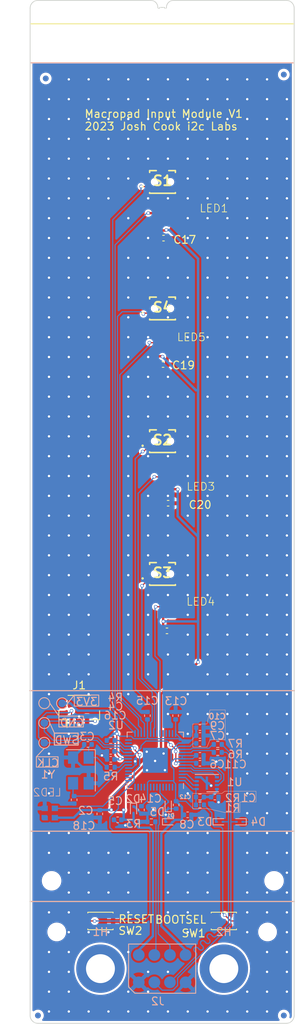
<source format=kicad_pcb>
(kicad_pcb (version 20221018) (generator pcbnew)
  (title_block (title "Microcontroller Input Module") (date "2023-03-12") (rev "V2") (company "Framework Computer Inc") (comment 1 "https://frame.work") (comment 2 "https://github.com/FrameworkComputer/InputModules") (comment 3 "This work is licensed under a Creative Commons Attribution 4.0 International License"))
  (layers (0 "F.Cu" signal) (31 "B.Cu" signal) (34 "B.Paste" user) (35 "F.Paste" user) (36 "B.SilkS" user "B.Silkscreen") (37 "F.SilkS" user "F.Silkscreen") (38 "B.Mask" user) (39 "F.Mask" user) (44 "Edge.Cuts" user))
  (net 0 "")
  (net 1 "GND")
  (net 2 "/XIN")
  (net 3 "Net-(C3-Pad2)")
  (net 4 "+3V3")
  (net 5 "+1V1")
  (net 6 "+5V")
  (net 7 "/USB_DP")
  (net 8 "/USB_DN")
  (net 9 "/~{SLEEP}")
  (net 10 "/BOARD_ID")
  (net 11 "Net-(R1-Pad1)")
  (net 12 "/QSPI_SS")
  (net 13 "/XOUT")
  (net 14 "Net-(U2-USB_DP)")
  (net 15 "SWCLK")
  (net 16 "SWD")
  (net 17 "/QSPI_SD1")
  (net 18 "/QSPI_SD2")
  (net 19 "/QSPI_SD0")
  (net 20 "/QSPI_SCLK")
  (net 21 "/QSPI_SD3")
  (net 22 "Net-(U2-USB_DM)")
  (net 27 "/~{RESET}")
  (net 28 "/LED")
  (net 47 "Net-(S1-NO)")
  (net 48 "Net-(S2-NO)")
  (net 49 "Net-(S3-NO)")
  (net 50 "Net-(S4-NO)")
  (net 54 "/SW1RGB")
  (net 55 "/SW3RGB")
  (net 56 "/SW4RGB")
  (net 57 "/SW2RGB")
  (footprint "MountingHole:MountingHole_2.1mm" (layer "F.Cu") (at 80.42 169.3)
    (fp_text reference "H4" hide)
    (fp_text value "MountingHole" hide)
  )
  (footprint "MountingHole:MountingHole_2.2mm_M2" (layer "F.Cu") (at 52.75 162.75)
    (fp_text reference "H5" hide)
    (fp_text value "MountingHole")
  )
  (footprint "Fiducial:Fiducial_0.75mm_Mask1.5mm" (layer "F.Cu") (at 82.5 180)
    (fp_text reference "FID6" hide)
    (fp_text value "Fiducial" hide)
  )
  (footprint "Macropad Small:R667074" (layer "F.Cu") (at 66.963 73.225)
    (fp_text reference "S1")
    (fp_text value "R-667074" hide)
  )
  (footprint "MountingHole:MountingHole_2.1mm" (layer "F.Cu") (at 53.41 169.3)
    (fp_text reference "H3" hide)
    (fp_text value "MountingHole" hide)
  )
  (footprint "Macropad Small:SK6812-EC20" (layer "F.Cu") (at 67.58 111.13)
    (fp_text reference "LED3")
    (fp_text value "SK6812-EC20")
  )
  (footprint "Macropad Small:R667074" (layer "F.Cu") (at 66.963 106.425)
    (fp_text reference "S2")
    (fp_text value "R-667074" hide)
  )
  (footprint "Macropad Small:SK6812-EC20" (layer "F.Cu") (at 67.6 128.1)
    (fp_text reference "LED4")
    (fp_text value "SK6812-EC20")
  )
  (footprint "Macropad Small:R667074" (layer "F.Cu") (at 66.963 89.425)
    (fp_text reference "S4")
    (fp_text value "R-667074" hide)
  )
  (footprint "Capacitor_SMD:C_0402_1005Metric" (layer "F.Cu") (at 67.53 130.74)
    (fp_text reference "C21" hide)
    (fp_text value "100nF")
  )
  (footprint "MountingHole:MountingHole_2.2mm_M2" (layer "F.Cu") (at 81.25 55.75)
    (fp_text reference "H8" hide)
    (fp_text value "MountingHole" hide)
  )
  (footprint "Macropad Small:R667074" (layer "F.Cu") (at 66.963 123.425)
    (fp_text reference "S3")
    (fp_text value "R-667074" hide)
  )
  (footprint "Button_Switch_SMD:SW_SPST_CK_KXT3" (layer "F.Cu") (at 74.82 167.894)
    (fp_text reference "SW1")
    (fp_text value "EVP-AWCD2A")
  )
  (footprint "Capacitor_SMD:C_0402_1005Metric" (layer "F.Cu") (at 67.03 96.63)
    (fp_text reference "C19")
    (fp_text value "100nF")
  )
  (footprint "Macropad Small:SK6812-EC20" (layer "F.Cu") (at 67 94.03)
    (fp_text reference "LED5")
    (fp_text value "SK6812-EC20")
  )
  (footprint "Fiducial:Fiducial_0.75mm_Mask1.5mm" (layer "F.Cu") (at 82.5 59.5)
    (fp_text reference "FID2" hide)
    (fp_text value "Fiducial" hide)
  )
  (footprint "MountingHole:MountingHole_2.2mm_M2" (layer "F.Cu") (at 81.25 162.75)
    (fp_text reference "H7" hide)
    (fp_text value "MountingHole" hide)
  )
  (footprint "Capacitor_SMD:C_0402_1005Metric" (layer "F.Cu") (at 67.68 114.4)
    (fp_text reference "C20")
    (fp_text value "100nF")
  )
  (footprint "Macropad Small:SK6812-EC20" (layer "F.Cu") (at 66.95 77.85)
    (fp_text reference "LED1")
    (fp_text value "SK6812-EC20")
  )
  (footprint "MountingHole:MountingHole_2.2mm_M2" (layer "F.Cu") (at 52.75 55.75)
    (fp_text reference "H6" hide)
    (fp_text value "MountingHole" hide)
  )
  (footprint "Button_Switch_SMD:SW_SPST_CK_KXT3" (layer "F.Cu") (at 59.01 167.894 180)
    (fp_text reference "SW2")
    (fp_text value "EVP-AWCD2A")
  )
  (footprint "Capacitor_SMD:C_0402_1005Metric" (layer "F.Cu") (at 67.09 80.45)
    (fp_text reference "C17")
    (fp_text value "100nF")
  )
  (footprint "Fiducial:Fiducial_0.75mm_Mask1.5mm" (layer "F.Cu") (at 51 180)
    (fp_text reference "FID7" hide)
    (fp_text value "Fiducial" hide)
  )
  (footprint "Fiducial:Fiducial_0.75mm_Mask1.5mm" (layer "F.Cu") (at 52 60)
    (fp_text reference "FID8" hide)
    (fp_text value "Fiducial" hide)
  )
  (footprint "Connector_JST:JST_SH_BM03B-SRSS-TB_1x03-1MP_P1.00mm_Vertical" (layer "F.Cu") (at 56.29 141.015)
    (fp_text reference "J1")
    (fp_text value "Conn_01x03_Socket" hide)
  )
  (footprint "Capacitor_SMD:C_0402_1005Metric" (layer "B.Cu") (at 71.755 147.701)
    (fp_text reference "C6")
    (fp_text value "100nF")
  )
  (footprint "Capacitor_SMD:C_0402_1005Metric" (layer "B.Cu") (at 71.755 144.145)
    (fp_text reference "C9")
    (fp_text value "100nF")
  )
  (footprint "TestPoint:TestPoint_Pad_D1.0mm" (layer "B.Cu") (at 51.816 145.08 180)
    (fp_text reference "TP2" hide)
    (fp_text value "TestPoint")
  )
  (footprint "Macropad Small:MountingHole_3.7mm_Pad_24929" (layer "B.Cu") (at 59.01 174 180)
    (fp_text reference "H1")
    (fp_text value "24929")
  )
  (footprint "Package_DFN_QFN:QFN-56-1EP_7x7mm_P0.4mm_EP3.2x3.2mm" (layer "B.Cu") (at 66.04 147.32 90)
    (fp_text reference "U2")
    (fp_text value "RP2040")
  )
  (footprint "Fiducial:Fiducial_0.75mm_Mask1.5mm" (layer "B.Cu") (at 82.5 180 180)
    (fp_text reference "FID1" hide)
    (fp_text value "Fiducial" hide)
  )
  (footprint "Resistor_SMD:R_0402_1005Metric" (layer "B.Cu") (at 65.532 155.194 180)
    (fp_text reference "R3")
    (fp_text value "180k")
  )
  (footprint "Diode_SMD:D_SOD-923" (layer "B.Cu") (at 67.691 153.035 90)
    (fp_text reference "D5")
    (fp_text value "DF2S6.8FS")
  )
  (footprint "Resistor_SMD:R_0402_1005Metric" (layer "B.Cu") (at 71.755 153.035 180)
    (fp_text reference "R1")
    (fp_text value "1k")
  )
  (footprint "Capacitor_SMD:C_0402_1005Metric" (layer "B.Cu") (at 70.18 154.3)
    (fp_text reference "C8")
    (fp_text value "10uF")
  )
  (footprint "Capacitor_SMD:C_0402_1005Metric" (layer "B.Cu") (at 61.214 154.94 180)
    (fp_text reference "C5")
    (fp_text value "10uF")
  )
  (footprint "Capacitor_SMD:C_0402_1005Metric" (layer "B.Cu") (at 71.755 146.685)
    (fp_text reference "C11")
    (fp_text value "100nF")
  )
  (footprint "Capacitor_SMD:C_0402_1005Metric" (layer "B.Cu") (at 55.64 152.38 90)
    (fp_text reference "C2")
    (fp_text value "18pF")
  )
  (footprint "Diode_SMD:D_SOD-923" (layer "B.Cu") (at 67.818 155.194)
    (fp_text reference "D1")
    (fp_text value "DF2S6.8FS")
  )
  (footprint "Macropad Small:SON-8-1EP_3x2mm_P0.5mm_EP0.2x1.6mm" (layer "B.Cu") (at 72.644 150.241)
    (fp_text reference "U1")
    (fp_text value "W25Q16JVUXIQ ")
  )
  (footprint "Capacitor_SMD:C_0402_1005Metric" (layer "B.Cu") (at 58.928 154.178 -90)
    (fp_text reference "C18")
    (fp_text value "100nF")
  )
  (footprint "Resistor_SMD:R_0402_1005Metric" (layer "B.Cu") (at 71.755 152.019 180)
    (fp_text reference "R2")
    (fp_text value "10k")
  )
  (footprint "Capacitor_SMD:C_0402_1005Metric" (layer "B.Cu") (at 71.755 145.161)
    (fp_text reference "C7")
    (fp_text value "1uF")
  )
  (footprint "Capacitor_SMD:C_0402_1005Metric" (layer "B.Cu") (at 68.64 141.6 90)
    (fp_text reference "C13")
    (fp_text value "100nF")
  )
  (footprint "Crystal:Crystal_SMD_5032-4Pin_5.0x3.2mm" (layer "B.Cu") (at 56.5 148.61 -90)
    (fp_text reference "Y1")
    (fp_text value "12.000MHz")
  )
  (footprint "Macropad Small:PogoPads_2x4_P2.0mm" (layer "B.Cu") (at 66.915 174 180)
    (fp_text reference "J2")
    (fp_text value "Conn_02x04_Odd_Even")
  )
  (footprint "TestPoint:TestPoint_Pad_D1.0mm" (layer "B.Cu") (at 51.816 142.54 180)
    (fp_text reference "TP3" hide)
    (fp_text value "TestPoint")
  )
  (footprint "Fiducial:Fiducial_0.75mm_Mask1.5mm" (layer "B.Cu") (at 52 60 180)
    (fp_text reference "FID5" hide)
    (fp_text value "Fiducial" hide)
  )
  (footprint "Fiducial:Fiducial_0.75mm_Mask1.5mm" (layer "B.Cu") (at 51 180 180)
    (fp_text reference "FID4" hide)
    (fp_text value "Fiducial" hide)
  )
  (footprint "TestPoint:TestPoint_Pad_D1.0mm" (layer "B.Cu") (at 51.816 140 180)
    (fp_text reference "TP4" hide)
    (fp_text value "TestPoint")
  )
  (footprint "Resistor_SMD:R_0402_1005Metric" (layer "B.Cu") (at 74.041 146.304 180)
    (fp_text reference "R6")
    (fp_text value "27")
  )
  (footprint "Capacitor_SMD:C_0402_1005Metric" (layer "B.Cu") (at 57.404 145.288)
    (fp_text reference "C3")
    (fp_text value "18pF")
  )
  (footprint "Capacitor_SMD:C_0402_1005Metric" (layer "B.Cu") (at 68.707 153.035 -90)
    (fp_text reference "C12")
    (fp_text value "100nF")
  )
  (footprint "Capacitor_SMD:C_0402_1005Metric" (layer "B.Cu") (at 73.66 152.019)
    (fp_text reference "C1")
    (fp_text value "100nF")
  )
  (footprint "TestPoint:TestPoint_Pad_D1.0mm" (layer "B.Cu") (at 54.1 140.02 180)
    (fp_text reference "TP1" hide)
    (fp_text value "TestPoint")
  )
  (footprint "Macropad Small:MountingHole_3.7mm_Pad_24929" (layer "B.Cu") (at 74.82 174 180)
    (fp_text reference "H2")
    (fp_text value "24929")
  )
  (footprint "Capacitor_SMD:C_0402_1005Metric" (layer "B.Cu") (at 65.024 141.605 90)
    (fp_text reference "C15")
    (fp_text value "100nF")
  )
  (footprint "Resistor_SMD:R_0402_1005Metric" (layer "B.Cu") (at 74.041 145.288 180)
    (fp_text reference "R7")
    (fp_text value "27")
  )
  (footprint "Fiducial:Fiducial_0.75mm_Mask1.5mm" (layer "B.Cu") (at 82.5 59.5 180)
    (fp_text reference "FID3" hide)
    (fp_text value "Fiducial" hide)
  )
  (footprint "Macropad Small:SK6812-EC20" (layer "B.Cu") (at 52.52 154.07 180)
    (fp_text reference "LED2")
    (fp_text value "SK6812-EC20")
  )
  (footprint "Capacitor_SMD:C_0402_1005Metric" (layer "B.Cu") (at 64.262 153.67 -90)
    (fp_text reference "C14")
    (fp_text value "100nF")
  )
  (footprint "Diode_SMD:D_SOD-923" (layer "B.Cu") (at 76.835 155.194 180)
    (fp_text reference "D4")
    (fp_text value "DF2S6.8FS")
  )
  (footprint "Capacitor_SMD:C_0402_1005Metric" (layer "B.Cu") (at 71.755 143.129)
    (fp_text reference "C10")
    (fp_text value "1uF")
  )
  (footprint "Diode_SMD:D_SOD-923" (layer "B.Cu") (at 63.246 153.67 -90)
    (fp_text reference "D2")
    (fp_text value "DF2S6.8FS")
  )
  (footprint "Capacitor_SMD:C_0402_1005Metric" (layer "B.Cu") (at 60.325 146.177 180)
    (fp_text reference "C4")
    (fp_text value "100nF")
  )
  (footprint "Diode_SMD:D_SOD-923" (layer "B.Cu") (at 74.295 155.194)
    (fp_text reference "D3")
    (fp_text value "DF2S6.8FS")
  )
  (footprint "Resistor_SMD:R_0402_1005Metric" (layer "B.Cu") (at 60.325 148.209)
    (fp_text reference "R5")
    (fp_text value "1k")
  )
  (footprint "Capacitor_SMD:C_0402_1005Metric" (layer "B.Cu") (at 60.325 147.193 180)
    (fp_text reference "C16")
    (fp_text value "100nF")
  )
  (footprint "Resistor_SMD:R_0402_1005Metric" (layer "B.Cu") (at 60.325 144.78)
    (fp_text reference "R4")
    (fp_text value "10k")
  )
  (gr_line (start 70.845 145.621) (end 72.665 145.621) (stroke (width 0.05)) (layer "B.SilkS"))
  (gr_line (start 70.845 142.669) (end 70.845 145.621) (stroke (width 0.05)) (layer "B.SilkS"))
  (gr_line (start 50.01 58) (end 83.8 58) (stroke (width 0.15)) (layer "B.SilkS"))
  (gr_line (start 78.94 151.28) (end 74.93 151.28) (stroke (width 0.05)) (layer "B.SilkS"))
  (gr_line (start 49.95 138.4) (end 83.88 138.4) (stroke (width 0.15)) (layer "B.SilkS"))
  (gr_rect (start 55.66 138.96) (end 58.79 140.38) (stroke (width 0.12)) (fill none) (layer "B.SilkS"))
  (gr_line (start 74.93 154) (end 76.88 154) (stroke (width 0.05)) (layer "B.SilkS"))
  (gr_line (start 53.69 141.66) (end 52.516 140) (stroke (width 0.12)) (layer "B.SilkS"))
  (gr_line (start 76.88 152.66) (end 78.94 152.66) (stroke (width 0.05)) (layer "B.SilkS"))
  (gr_line (start 74.93 151.28) (end 74.57 151.559) (stroke (width 0.05)) (layer "B.SilkS"))
  (gr_line (start 72.665 142.669) (end 70.845 142.669) (stroke (width 0.05)) (layer "B.SilkS"))
  (gr_line (start 74.57 151.559) (end 70.825 151.56) (stroke (width 0.05)) (layer "B.SilkS"))
  (gr_line (start 49.99 156.4) (end 83.83 156.4) (stroke (width 0.15)) (layer "B.SilkS"))
  (gr_line (start 73.04 144.695) (end 72.665 145.621) (stroke (width 0.05)) (layer "B.SilkS"))
  (gr_line (start 49.99 165.4) (end 83.84 165.4) (stroke (width 0.15)) (layer "B.SilkS"))
  (gr_line (start 55.66 138.96) (end 54.8 140.02) (stroke (width 0.12)) (layer "B.SilkS"))
  (gr_line (start 51.816 145.78) (end 50.8 146.87) (stroke (width 0.12)) (layer "B.SilkS"))
  (gr_line (start 70.825 153.505) (end 72.75 153.505) (stroke (width 0.05)) (layer "B.SilkS"))
  (gr_rect (start 50.8 146.87) (end 53.58 148.19) (stroke (width 0.12)) (fill none) (layer "B.SilkS"))
  (gr_rect (start 53.69 141.66) (end 56.82 143.05) (stroke (width 0.12)) (fill none) (layer "B.SilkS"))
  (gr_line (start 75 144.695) (end 73.04 144.695) (stroke (width 0.05)) (layer "B.SilkS"))
  (gr_line (start 76.88 154) (end 76.88 152.66) (stroke (width 0.05)) (layer "B.SilkS"))
  (gr_rect (start 53.106 143.84) (end 56.154 145.364) (stroke (width 0.15)) (fill none) (layer "B.SilkS"))
  (gr_line (start 75 140.865) (end 75 144.695) (stroke (width 0.05)) (layer "B.SilkS"))
  (gr_line (start 73.04 140.865) (end 72.665 142.669) (stroke (width 0.05)) (layer "B.SilkS"))
  (gr_line (start 78.94 152.66) (end 78.94 151.28) (stroke (width 0.05)) (layer "B.SilkS"))
  (gr_line (start 73.04 140.865) (end 75 140.865) (stroke (width 0.05)) (layer "B.SilkS"))
  (gr_line (start 70.825 151.56) (end 70.825 153.505) (stroke (width 0.05)) (layer "B.SilkS"))
  (gr_line (start 68.37 154.79) (end 68.318 154.794) (stroke (width 0.12)) (layer "B.SilkS"))
  (gr_line (start 52.516 142.54) (end 53.106 143.84) (stroke (width 0.12)) (layer "B.SilkS"))
  (gr_line (start 74.93 154) (end 72.75 153.505) (stroke (width 0.05)) (layer "B.SilkS"))
  (gr_line (start 68.37 154.79) (end 68.37 154.53) (stroke (width 0.12)) (layer "B.SilkS"))
  (gr_line (start 49.99 165.4) (end 83.85 165.4) (stroke (width 0.15)) (layer "F.SilkS"))
  (gr_line (start 50.02 53) (end 83.82 53) (stroke (width 0.15)) (layer "F.SilkS"))
  (gr_line (start 82.825 50) (end 68.365 50) (stroke (width 0.1)) (layer "Edge.Cuts"))
  (gr_line (start 83.825 51) (end 83.825 180) (stroke (width 0.1)) (layer "Edge.Cuts"))
  (gr_arc (start 65.46 50) (mid 66.096396 50.263604) (end 66.36 50.9) (stroke (width 0.1)) (layer "Edge.Cuts"))
  (gr_arc (start 51 181) (mid 50.292893 180.707107) (end 50 180) (stroke (width 0.1)) (layer "Edge.Cuts"))
  (gr_arc (start 82.825 50) (mid 83.532107 50.292893) (end 83.825 51) (stroke (width 0.1)) (layer "Edge.Cuts"))
  (gr_arc (start 66.614 50.9) (mid 66.487 51.027) (end 66.36 50.9) (stroke (width 0.1)) (layer "Edge.Cuts"))
  (gr_line (start 82.825 181) (end 51 181) (stroke (width 0.1)) (layer "Edge.Cuts"))
  (gr_arc (start 50 51) (mid 50.292893 50.292893) (end 51 50) (stroke (width 0.1)) (layer "Edge.Cuts"))
  (gr_line (start 50 180) (end 50 51) (stroke (width 0.1)) (layer "Edge.Cuts"))
  (gr_line (start 51 50) (end 65.46 50) (stroke (width 0.1)) (layer "Edge.Cuts"))
  (gr_arc (start 83.825 180) (mid 83.532107 180.707107) (end 82.825 181) (stroke (width 0.1)) (layer "Edge.Cuts"))
  (gr_arc (start 67.465 50.9) (mid 67.728604 50.263604) (end 68.365 50) (stroke (width 0.1)) (layer "Edge.Cuts"))
  (gr_line (start 66.614 50.9) (end 67.211 50.9) (stroke (width 0.1)) (layer "Edge.Cuts"))
  (gr_arc (start 67.465 50.9) (mid 67.338 51.027) (end 67.211 50.9) (stroke (width 0.1)) (layer "Edge.Cuts"))
  (gr_text "CLK" (at 50.79 147.65) (layer "B.SilkS") (effects (font (size 1 1)) (justify right mirror)))
  (gr_text "SWD" (at 53.06 144.73) (layer "B.SilkS") (effects (font (size 1 1)) (justify right mirror)))
  (gr_text "GND" (at 53.73 142.49) (layer "B.SilkS") (effects (font (size 1 1)) (justify right mirror)))
  (gr_text "3V3" (at 55.76 139.81) (layer "B.SilkS") (effects (font (size 1 1)) (justify right mirror)))
  (gr_text "BOOTSEL" (at 69.29 167.72) (layer "F.SilkS") (effects (font (size 1 1))))
  (gr_text "RESET" (at 63.6 167.65) (layer "F.SilkS") (effects (font (size 1 1))))
  (gr_text "Macropad Input Module V1\n2023 Josh Cook i2c Labs\n" (at 56.896 65.333) (layer "F.SilkS") (effects (font (size 1 1)) (justify left)))
  (segment (start 73.19 150.56) (end 73.19 151.74) (width 0.3048) (layer "F.Cu") (net 1))
  (segment (start 73.19 151.74) (end 74.14 152.69) (width 0.3048) (layer "F.Cu") (net 1))
  (via (at 80.355 98.21) (size 0.45) (drill 0.3) (layers "F.Cu" "B.Cu") (net 1))
  (via (at 82.895 118.53) (size 0.45) (drill 0.3) (layers "F.Cu" "B.Cu") (net 1))
  (via (at 82.895 75.35) (size 0.45) (drill 0.3) (layers "F.Cu" "B.Cu") (net 1))
  (via (at 75.275 77.89) (size 0.45) (drill 0.3) (layers "F.Cu" "B.Cu") (net 1))
  (via (at 82.895 126.15) (size 0.45) (drill 0.3) (layers "F.Cu" "B.Cu") (net 1))
  (via (at 60.035 169.33) (size 0.45) (drill 0.3) (layers "F.Cu" "B.Cu") (net 1))
  (via (at 70.195 60.11) (size 0.45) (drill 0.3) (layers "F.Cu" "B.Cu") (net 1))
  (via (at 72.735 85.51) (size 0.45) (drill 0.3) (layers "F.Cu" "B.Cu") (net 1))
  (via (at 60.035 179.49) (size 0.45) (drill 0.3) (layers "F.Cu" "B.Cu") (net 1))
  (via (at 70.195 77.89) (size 0.45) (drill 0.3) (layers "F.Cu" "B.Cu") (net 1))
  (via (at 62.575 115.99) (size 0.45) (drill 0.3) (layers "F.Cu" "B.Cu") (net 1))
  (via (at 62.575 128.69) (size 0.45) (drill 0.3) (layers "F.Cu" "B.Cu") (net 1))
  (via (at 52.415 72.81) (size 0.45) (drill 0.3) (layers "F.Cu" "B.Cu") (net 1))
  (via (at 57.495 65.19) (size 0.45) (drill 0.3) (layers "F.Cu" "B.Cu") (net 1))
  (via (at 57.495 80.43) (size 0.45) (drill 0.3) (layers "F.Cu" "B.Cu") (net 1))
  (via (at 77.815 75.35) (size 0.45) (drill 0.3) (layers "F.Cu" "B.Cu") (net 1))
  (via (at 80.355 174.41) (size 0.45) (drill 0.3) (layers "F.Cu" "B.Cu") (net 1))
  (via (at 67.655 159.17) (size 0.45) (drill 0.3) (layers "F.Cu" "B.Cu") (net 1))
  (via (at 67.655 85.51) (size 0.45) (drill 0.3) (layers "F.Cu" "B.Cu") (net 1))
  (via (at 77.815 98.21) (size 0.45) (drill 0.3) (layers "F.Cu" "B.Cu") (net 1))
  (via (at 70.195 161.71) (size 0.45) (drill 0.3) (layers "F.Cu" "B.Cu") (net 1))
  (via (at 62.575 62.65) (size 0.45) (drill 0.3) (layers "F.Cu" "B.Cu") (net 1))
  (via (at 60.035 159.17) (size 0.45) (drill 0.3) (layers "F.Cu" "B.Cu") (net 1))
  (via (at 57.495 100.75) (size 0.45) (drill 0.3) (layers "F.Cu" "B.Cu") (net 1))
  (via (at 62.575 136.31) (size 0.45) (drill 0.3) (layers "F.Cu" "B.Cu") (net 1))
  (via (at 70.195 105.83) (size 0.45) (drill 0.3) (layers "F.Cu" "B.Cu") (net 1))
  (via (at 80.355 131.23) (size 0.45) (drill 0.3) (layers "F.Cu" "B.Cu") (net 1))
  (via (at 57.495 75.35) (size 0.45) (drill 0.3) (layers "F.Cu" "B.Cu") (net 1))
  (via (at 52.415 136.31) (size 0.45) (drill 0.3) (layers "F.Cu" "B.Cu") (net 1))
  (via (at 65.115 113.45) (size 0.45) (drill 0.3) (layers "F.Cu" "B.Cu") (net 1))
  (via (at 65.115 93.13) (size 0.45) (drill 0.3) (layers "F.Cu" "B.Cu") (net 1))
  (via (at 72.735 105.83) (size 0.45) (drill 0.3) (layers "F.Cu" "B.Cu") (net 1))
  (via (at 67.655 103.29) (size 0.45) (drill 0.3) (layers "F.Cu" "B.Cu") (net 1))
  (via (at 52.415 65.19) (size 0.45) (drill 0.3) (layers "F.Cu" "B.Cu") (net 1))
  (via (at 75.275 98.21) (size 0.45) (drill 0.3) (layers "F.Cu" "B.Cu") (net 1))
  (via (at 54.955 133.77) (size 0.45) (drill 0.3) (layers "F.Cu" "B.Cu") (net 1))
  (via (at 82.895 156.63) (size 0.45) (drill 0.3) (layers "F.Cu" "B.Cu") (net 1))
  (via (at 77.815 62.65) (size 0.45) (drill 0.3) (layers "F.Cu" "B.Cu") (net 1))
  (via (at 67.655 115.99) (size 0.45) (drill 0.3) (layers "F.Cu" "B.Cu") (net 1))
  (via (at 80.355 126.15) (size 0.45) (drill 0.3) (layers "F.Cu" "B.Cu") (net 1))
  (via (at 82.895 133.77) (size 0.45) (drill 0.3) (layers "F.Cu" "B.Cu") (net 1))
  (via (at 70.195 88.05) (size 0.45) (drill 0.3) (layers "F.Cu" "B.Cu") (net 1))
  (via (at 82.895 90.59) (size 0.45) (drill 0.3) (layers "F.Cu" "B.Cu") (net 1))
  (via (at 65.115 60.11) (size 0.45) (drill 0.3) (layers "F.Cu" "B.Cu") (net 1))
  (via (at 82.895 166.79) (size 0.45) (drill 0.3) (layers "F.Cu" "B.Cu") (net 1))
  (via (at 52.415 88.05) (size 0.45) (drill 0.3) (layers "F.Cu" "B.Cu") (net 1))
  (via (at 72.735 118.53) (size 0.45) (drill 0.3) (layers "F.Cu" "B.Cu") (net 1))
  (via (at 54.955 90.59) (size 0.45) (drill 0.3) (layers "F.Cu" "B.Cu") (net 1))
  (via (at 62.575 179.49) (size 0.45) (drill 0.3) (layers "F.Cu" "B.Cu") (net 1))
  (via (at 80.355 110.91) (size 0.45) (drill 0.3) (layers "F.Cu" "B.Cu") (net 1))
  (via (at 62.575 95.67) (size 0.45) (drill 0.3) (layers "F.Cu" "B.Cu") (net 1))
  (via (at 62.575 113.45) (size 0.45) (drill 0.3) (layers "F.Cu" "B.Cu") (net 1))
  (via (at 67.655 121.07) (size 0.45) (drill 0.3) (layers "F.Cu" "B.Cu") (net 1))
  (via (at 52.415 93.13) (size 0.45) (drill 0.3) (layers "F.Cu" "B.Cu") (net 1))
  (via (at 80.355 141.39) (size 0.45) (drill 0.3) (layers "F.Cu" "B.Cu") (net 1))
  (via (at 77.815 113.45) (size 0.45) (drill 0.3) (layers "F.Cu" "B.Cu") (net 1))
  (via (at 80.355 67.73) (size 0.45) (drill 0.3) (layers "F.Cu" "B.Cu") (net 1))
  (via (at 70.195 65.19) (size 0.45) (drill 0.3) (layers "F.Cu" "B.Cu") (net 1))
  (via (at 57.495 85.51) (size 0.45) (drill 0.3) (layers "F.Cu" "B.Cu") (net 1))
  (via (at 72.735 60.11) (size 0.45) (drill 0.3) (layers "F.Cu" "B.Cu") (net 1))
  (via (at 70.195 72.81) (size 0.45) (drill 0.3) (layers "F.Cu" "B.Cu") (net 1))
  (via (at 57.495 77.89) (size 0.45) (drill 0.3) (layers "F.Cu" "B.Cu") (net 1))
  (via (at 67.655 174.41) (size 0.45) (drill 0.3) (layers "F.Cu" "B.Cu") (net 1))
  (via (at 70.195 93.13) (size 0.45) (drill 0.3) (layers "F.Cu" "B.Cu") (net 1))
  (via (at 65.115 85.51) (size 0.45) (drill 0.3) (layers "F.Cu" "B.Cu") (net 1))
  (via (at 54.955 121.07) (size 0.45) (drill 0.3) (layers "F.Cu" "B.Cu") (net 1))
  (via (at 80.355 108.37) (size 0.45) (drill 0.3) (layers "F.Cu" "B.Cu") (net 1))
  (via (at 82.895 176.95) (size 0.45) (drill 0.3) (layers "F.Cu" "B.Cu") (net 1))
  (via (at 52.415 179.49) (size 0.45) (drill 0.3) (layers "F.Cu" "B.Cu") (net 1))
  (via (at 80.355 75.35) (size 0.45) (drill 0.3) (layers "F.Cu" "B.Cu") (net 1))
  (via (at 72.735 67.73) (size 0.45) (drill 0.3) (layers "F.Cu" "B.Cu") (net 1))
  (via (at 77.815 151.55) (size 0.45) (drill 0.3) (layers "F.Cu" "B.Cu") (net 1))
  (via (at 75.275 90.59) (size 0.45) (drill 0.3) (layers "F.Cu" "B.Cu") (net 1))
  (via (at 67.655 60.11) (size 0.45) (drill 0.3) (layers "F.Cu" "B.Cu") (net 1))
  (via (at 67.655 100.75) (size 0.45) (drill 0.3) (layers "F.Cu" "B.Cu") (net 1))
  (via (at 82.895 149.01) (size 0.45) (drill 0.3) (layers "F.Cu" "B.Cu") (net 1))
  (via (at 70.195 156.63) (size 0.45) (drill 0.3) (layers "F.Cu" "B.Cu") (net 1))
  (via (at 75.275 70.27) (size 0.45) (drill 0.3) (layers "F.Cu" "B.Cu") (net 1))
  (via (at 80.355 164.25) (size 0.45) (drill 0.3) (layers "F.Cu" "B.Cu") (net 1))
  (via (at 82.895 110.91) (size 0.45) (drill 0.3) (layers "F.Cu" "B.Cu") (net 1))
  (via (at 62.575 105.83) (size 0.45) (drill 0.3) (layers "F.Cu" "B.Cu") (net 1))
  (via (at 77.815 118.53) (size 0.45) (drill 0.3) (layers "F.Cu" "B.Cu") (net 1))
  (via (at 67.655 126.15) (size 0.45) (drill 0.3) (layers "F.Cu" "B.Cu") (net 1))
  (via (at 70.195 113.45) (size 0.45) (drill 0.3) (layers "F.Cu" "B.Cu") (net 1))
  (via (at 75.275 88.05) (size 0.45) (drill 0.3) (layers "F.Cu" "B.Cu") (net 1))
  (via (at 67.655 141.39) (size 0.45) (drill 0.3) (layers "F.Cu" "B.Cu") (net 1))
  (via (at 65.115 70.27) (size 0.45) (drill 0.3) (layers "F.Cu" "B.Cu") (net 1))
  (via (at 59.2 146.69) (size 0.45) (drill 0.3) (layers "F.Cu" "B.Cu") (net 1))
  (via (at 52.415 176.95) (size 0.45) (drill 0.3) (layers "F.Cu" "B.Cu") (net 1))
  (via (at 80.355 113.45) (size 0.45) (drill 0.3) (layers "F.Cu" "B.Cu") (net 1))
  (via (at 82.895 169.33) (size 0.45) (drill 0.3) (layers "F.Cu" "B.Cu") (net 1))
  (via (at 67.655 65.19) (size 0.45) (drill 0.3) (layers "F.Cu" "B.Cu") (net 1))
  (via (at 72.735 62.65) (size 0.45) (drill 0.3) (layers "F.Cu" "B.Cu") (net 1))
  (via (at 82.895 67.73) (size 0.45) (drill 0.3) (layers "F.Cu" "B.Cu") (net 1))
  (via (at 54.955 179.49) (size 0.45) (drill 0.3) (layers "F.Cu" "B.Cu") (net 1))
  (via (at 70.195 110.91) (size 0.45) (drill 0.3) (layers "F.Cu" "B.Cu") (net 1))
  (via (at 77.815 105.83) (size 0.45) (drill 0.3) (layers "F.Cu" "B.Cu") (net 1))
  (via (at 52.415 156.63) (size 0.45) (drill 0.3) (layers "F.Cu" "B.Cu") (net 1))
  (via (at 57.495 70.27) (size 0.45) (drill 0.3) (layers "F.Cu" "B.Cu") (net 1))
  (via (at 54.955 126.15) (size 0.45) (drill 0.3) (layers "F.Cu" "B.Cu") (net 1))
  (via (at 77.815 60.11) (size 0.45) (drill 0.3) (layers "F.Cu" "B.Cu") (net 1))
  (via (at 77.815 100.75) (size 0.45) (drill 0.3) (layers "F.Cu" "B.Cu") (net 1))
  (via (at 72.735 95.67) (size 0.45) (drill 0.3) (layers "F.Cu" "B.Cu") (net 1))
  (via (at 72.735 131.23) (size 0.45) (drill 0.3) (layers "F.Cu" "B.Cu") (net 1))
  (via (at 54.955 80.43) (size 0.45) (drill 0.3) (layers "F.Cu" "B.Cu") (net 1))
  (via (at 57.495 98.21) (size 0.45) (drill 0.3) (layers "F.Cu" "B.Cu") (net 1))
  (via (at 72.735 80.43) (size 0.45) (drill 0.3) (layers "F.Cu" "B.Cu") (net 1))
  (via (at 52.415 159.17) (size 0.45) (drill 0.3) (layers "F.Cu" "B.Cu") (net 1))
  (via (at 65.115 67.73) (size 0.45) (drill 0.3) (layers "F.Cu" "B.Cu") (net 1))
  (via (at 77.815 176.95) (size 0.45) (drill 0.3) (layers "F.Cu" "B.Cu") (net 1))
  (via (at 72.735 179.49) (size 0.45) (drill 0.3) (layers "F.Cu" "B.Cu") (net 1))
  (via (at 72.735 88.05) (size 0.45) (drill 0.3) (layers "F.Cu" "B.Cu") (net 1))
  (via (at 70.195 121.07) (size 0.45) (drill 0.3) (layers "F.Cu" "B.Cu") (net 1))
  (via (at 77.815 133.77) (size 0.45) (drill 0.3) (layers "F.Cu" "B.Cu") (net 1))
  (via (at 72.735 138.85) (size 0.45) (drill 0.3) (layers "F.Cu" "B.Cu") (net 1))
  (via (at 64.94 146.22) (size 0.45) (drill 0.3) (layers "F.Cu" "B.Cu") (net 1))
  (via (at 75.275 113.45) (size 0.45) (drill 0.3) (layers "F.Cu" "B.Cu") (net 1))
  (via (at 52.415 133.77) (size 0.45) (drill 0.3) (layers "F.Cu" "B.Cu") (net 1))
  (via (at 67.27 148.58) (size 0.45) (drill 0.3) (layers "F.Cu" "B.Cu") (net 1))
  (via (at 57.495 62.65) (size 0.45) (drill 0.3) (layers "F.Cu" "B.Cu") (net 1))
  (via (at 82.895 136.31) (size 0.45) (drill 0.3) (layers "F.Cu" "B.Cu") (net 1))
  (via (at 80.355 138.85) (size 0.45) (drill 0.3) (layers "F.Cu" "B.Cu") (net 1))
  (via (at 80.355 115.99) (size 0.45) (drill 0.3) (layers "F.Cu" "B.Cu") (net 1))
  (via (at 65.115 108.37) (size 0.45) (drill 0.3) (layers "F.Cu" "B.Cu") (net 1))
  (via (at 54.955 128.69) (size 0.45) (drill 0.3) (layers "F.Cu" "B.Cu") (net 1))
  (via (at 80.355 62.65) (size 0.45) (drill 0.3) (layers "F.Cu" "B.Cu") (net 1))
  (via (at 57.495 126.15) (size 0.45) (drill 0.3) (layers "F.Cu" "B.Cu") (net 1))
  (via (at 82.895 141.39) (size 0.45) (drill 0.3) (layers "F.Cu" "B.Cu") (net 1))
  (via (at 82.895 70.27) (size 0.45) (drill 0.3) (layers "F.Cu" "B.Cu") (net 1))
  (via (at 54.955 85.51) (size 0.45) (drill 0.3) (layers "F.Cu" "B.Cu") (net 1))
  (via (at 77.815 159.17) (size 0.45) (drill 0.3) (layers "F.Cu" "B.Cu") (net 1))
  (via (at 75.275 110.91) (size 0.45) (drill 0.3) (layers "F.Cu" "B.Cu") (net 1))
  (via (at 72.735 70.27) (size 0.45) (drill 0.3) (layers "F.Cu" "B.Cu") (net 1))
  (via (at 82.895 85.51) (size 0.45) (drill 0.3) (layers "F.Cu" "B.Cu") (net 1))
  (via (at 80.355 143.93) (size 0.45) (drill 0.3) (layers "F.Cu" "B.Cu") (net 1))
  (via (at 62.575 121.07) (size 0.45) (drill 0.3) (layers "F.Cu" "B.Cu") (net 1))
  (via (at 82.895 98.21) (size 0.45) (drill 0.3) (layers "F.Cu" "B.Cu") (net 1))
  (via (at 72.735 110.91) (size 0.45) (drill 0.3) (layers "F.Cu" "B.Cu") (net 1))
  (via (at 54.955 159.17) (size 0.45) (drill 0.3) (layers "F.Cu" "B.Cu") (net 1))
  (via (at 54.955 77.89) (size 0.45) (drill 0.3) (layers "F.Cu" "B.Cu") (net 1))
  (via (at 80.355 159.17) (size 0.45) (drill 0.3) (layers "F.Cu" "B.Cu") (net 1))
  (via (at 52.415 113.45) (size 0.45) (drill 0.3) (layers "F.Cu" "B.Cu") (net 1))
  (via (at 57.495 133.77) (size 0.45) (drill 0.3) (layers "F.Cu" "B.Cu") (net 1))
  (via (at 52.415 166.79) (size 0.45) (drill 0.3) (layers "F.Cu" "B.Cu") (net 1))
  (via (at 56.29 142.77) (size 0.45) (drill 0.3) (layers "F.Cu" "B.Cu") (net 1))
  (via (at 77.815 121.07) (size 0.45) (drill 0.3) (layers "F.Cu" "B.Cu") (net 1))
  (via (at 57.495 138.85) (size 0.45) (drill 0.3) (layers "F.Cu" "B.Cu") (net 1))
  (via (at 54.955 123.61) (size 0.45) (drill 0.3) (layers "F.Cu" "B.Cu") (net 1))
  (via (at 80.355 179.49) (size 0.45) (drill 0.3) (layers "F.Cu" "B.Cu") (net 1))
  (via (at 72.735 113.45) (size 0.45) (drill 0.3) (layers "F.Cu" "B.Cu") (net 1))
  (via (at 57.495 164.25) (size 0.45) (drill 0.3) (layers "F.Cu" "B.Cu") (net 1))
  (via (at 52.415 131.23) (size 0.45) (drill 0.3) (layers "F.Cu" "B.Cu") (net 1))
  (via (at 52.415 80.43) (size 0.45) (drill 0.3) (layers "F.Cu" "B.Cu") (net 1))
  (via (at 80.355 105.83) (size 0.45) (drill 0.3) (layers "F.Cu" "B.Cu") (net 1))
  (via (at 52.415 75.35) (size 0.45) (drill 0.3) (layers "F.Cu" "B.Cu") (net 1))
  (via (at 62.575 70.27) (size 0.45) (drill 0.3) (layers "F.Cu" "B.Cu") (net 1))
  (via (at 75.275 131.23) (size 0.45) (drill 0.3) (layers "F.Cu" "B.Cu") (net 1))
  (via (at 72.735 136.31) (size 0.45) (drill 0.3) (layers "F.Cu" "B.Cu") (net 1))
  (via (at 75.275 65.19) (size 0.45) (drill 0.3) (layers "F.Cu" "B.Cu") (net 1))
  (via (at 80.355 154.09) (size 0.45) (drill 0.3) (layers "F.Cu" "B.Cu") (net 1))
  (via (at 67.655 67.73) (size 0.45) (drill 0.3) (layers "F.Cu" "B.Cu") (net 1))
  (via (at 82.895 100.75) (size 0.45) (drill 0.3) (layers "F.Cu" "B.Cu") (net 1))
  (via (at 70.195 131.23) (size 0.45) (drill 0.3) (layers "F.Cu" "B.Cu") (net 1))
  (via (at 70.195 126.15) (size 0.45) (drill 0.3) (layers "F.Cu" "B.Cu") (net 1))
  (via (at 57.495 95.67) (size 0.45) (drill 0.3) (layers "F.Cu" "B.Cu") (net 1))
  (via (at 82.895 138.85) (size 0.45) (drill 0.3) (layers "F.Cu" "B.Cu") (net 1))
  (via (at 70.195 80.43) (size 0.45) (drill 0.3) (layers "F.Cu" "B.Cu") (net 1))
  (via (at 57.495 118.53) (size 0.45) (drill 0.3) (layers "F.Cu" "B.Cu") (net 1))
  (via (at 57.495 105.83) (size 0.45) (drill 0.3) (layers "F.Cu" "B.Cu") (net 1))
  (via (at 75.275 100.75) (size 0.45) (drill 0.3) (layers "F.Cu" "B.Cu") (net 1))
  (via (at 72.735 100.75) (size 0.45) (drill 0.3) (layers "F.Cu" "B.Cu") (net 1))
  (via (at 54.955 62.65) (size 0.45) (drill 0.3) (layers "F.Cu" "B.Cu") (net 1))
  (via (at 80.355 77.89) (size 0.45) (drill 0.3) (layers "F.Cu" "B.Cu") (net 1))
  (via (at 77.815 85.51) (size 0.45) (drill 0.3) (layers "F.Cu" "B.Cu") (net 1))
  (via (at 62.575 131.23) (size 0.45) (drill 0.3) (layers "F.Cu" "B.Cu") (net 1))
  (via (at 62.575 169.33) (size 0.45) (drill 0.3) (layers "F.Cu" "B.Cu") (net 1))
  (via (at 70.195 75.35) (size 0.45) (drill 0.3) (layers "F.Cu" "B.Cu") (net 1))
  (via (at 54.955 136.31) (size 0.45) (drill 0.3) (layers "F.Cu" "B.Cu") (net 1))
  (via (at 75.275 67.73) (size 0.45) (drill 0.3) (layers "F.Cu" "B.Cu") (net 1))
  (via (at 52.415 121.07) (size 0.45) (drill 0.3) (layers "F.Cu" "B.Cu") (net 1))
  (via (at 82.895 146.47) (size 0.45) (drill 0.3) (layers "F.Cu" "B.Cu") (net 1))
  (via (at 77.815 80.43) (size 0.45) (drill 0.3) (layers "F.Cu" "B.Cu") (net 1))
  (via (at 72.735 98.21) (size 0.45) (drill 0.3) (layers "F.Cu" "B.Cu") (net 1))
  (via (at 52.415 82.97) (size 0.45) (drill 0.3) (layers "F.Cu" "B.Cu") (net 1))
  (via (at 57.495 159.17) (size 0.45) (drill 0.3) (layers "F.Cu" "B.Cu") (net 1))
  (via (at 65.115 98.21) (size 0.45) (drill 0.3) (layers "F.Cu" "B.Cu") (net 1))
  (via (at 70.195 138.85) (size 0.45) (drill 0.3) (layers "F.Cu" "B.Cu") (net 1))
  (via (at 70.195 151.55) (size 0.45) (drill 0.3) (layers "F.Cu" "B.Cu") (net 1))
  (via (at 54.955 143.93) (size 0.45) (drill 0.3) (layers "F.Cu" "B.Cu") (net 1))
  (via (at 82.895 80.43) (size 0.45) (drill 0.3) (layers "F.Cu" "B.Cu") (net 1))
  (via (at 80.355 149.01) (size 0.45) (drill 0.3) (layers "F.Cu" "B.Cu") (net 1))
  (via (at 60.035 65.19) (size 0.45) (drill 0.3) (layers "F.Cu" "B.Cu") (net 1))
  (via (at 65.115 174.41) (size 0.45) (drill 0.3) (layers "F.Cu" "B.Cu") (net 1))
  (via (at 57.495 60.11) (size 0.45) (drill 0.3) (layers "F.Cu" "B.Cu") (net 1))
  (via (at 70.195 166.79) (size 0.45) (drill 0.3) (layers "F.Cu" "B.Cu") (net 1))
  (via (at 77.815 169.33) (size 0.45) (drill 0.3) (layers "F.Cu" "B.Cu") (net 1))
  (via (at 70.195 123.61) (size 0.45) (drill 0.3) (layers "F.Cu" "B.Cu") (net 1))
  (via (at 70.195 128.69) (size 0.45) (drill 0.3) (layers "F.Cu" "B.Cu") (net 1))
  (via (at 52.415 105.83) (size 0.45) (drill 0.3) (layers "F.Cu" "B.Cu") (net 1))
  (via (at 70.195 159.17) (size 0.45) (drill 0.3) (layers "F.Cu" "B.Cu") (net 1))
  (via (at 82.895 65.19) (size 0.45) (drill 0.3) (layers "F.Cu" "B.Cu") (net 1))
  (via (at 70.195 90.59) (size 0.45) (drill 0.3) (layers "F.Cu" "B.Cu") (net 1))
  (via (at 77.815 70.27) (size 0.45) (drill 0.3) (layers "F.Cu" "B.Cu") (net 1))
  (via (at 80.355 90.59) (size 0.45) (drill 0.3) (layers "F.Cu" "B.Cu") (net 1))
  (via (at 54.955 131.23) (size 0.45) (drill 0.3) (layers "F.Cu" "B.Cu") (net 1))
  (via (at 82.895 143.93) (size 0.45) (drill 0.3) (layers "F.Cu" "B.Cu") (net 1))
  (via (at 72.735 65.19) (size 0.45) (drill 0.3) (layers "F.Cu" "B.Cu") (net 1))
  (via (at 70.195 115.99) (size 0.45) (drill 0.3) (layers "F.Cu" "B.Cu") (net 1))
  (via (at 65.115 95.67) (size 0.45) (drill 0.3) (layers "F.Cu" "B.Cu") (net 1))
  (via (at 77.815 128.69) (size 0.45) (drill 0.3) (layers "F.Cu" "B.Cu") (net 1))
  (via (at 57.495 161.71) (size 0.45) (drill 0.3) (layers "F.Cu" "B.Cu") (net 1))
  (via (at 57.495 121.07) (size 0.45) (drill 0.3) (layers "F.Cu" "B.Cu") (net 1))
  (via (at 57.495 113.45) (size 0.45) (drill 0.3) (layers "F.Cu" "B.Cu") (net 1))
  (via (at 52.415 118.53) (size 0.45) (drill 0.3) (layers "F.Cu" "B.Cu") (net 1))
  (via (at 52.415 67.73) (size 0.45) (drill 0.3) (layers "F.Cu" "B.Cu") (net 1))
  (via (at 54.955 156.63) (size 0.45) (drill 0.3) (layers "F.Cu" "B.Cu") (net 1))
  (via (at 60.035 161.71) (size 0.45) (drill 0.3) (layers "F.Cu" "B.Cu") (net 1))
  (via (at 80.355 103.29) (size 0.45) (drill 0.3) (layers "F.Cu" "B.Cu") (net 1))
  (via (at 75.275 133.77) (size 0.45) (drill 0.3) (layers "F.Cu" "B.Cu") (net 1))
  (via (at 67.655 82.97) (size 0.45) (drill 0.3) (layers "F.Cu" "B.Cu") (net 1))
  (via (at 54.955 70.27) (size 0.45) (drill 0.3) (layers "F.Cu" "B.Cu") (net 1))
  (via (at 75.275 103.29) (size 0.45) (drill 0.3) (layers "F.Cu" "B.Cu") (net 1))
  (via (at 57.495 90.59) (size 0.45) (drill 0.3) (layers "F.Cu" "B.Cu") (net 1))
  (via (at 80.355 82.97) (size 0.45) (drill 0.3) (layers "F.Cu" "B.Cu") (net 1))
  (via (at 52.415 123.61) (size 0.45) (drill 0.3) (layers "F.Cu" "B.Cu") (net 1))
  (via (at 54.955 176.95) (size 0.45) (drill 0.3) (layers "F.Cu" "B.Cu") (net 1))
  (via (at 75.275 80.43) (size 0.45) (drill 0.3) (layers "F.Cu" "B.Cu") (net 1))
  (via (at 75.275 62.65) (size 0.45) (drill 0.3) (layers "F.Cu" "B.Cu") (net 1))
  (via (at 82.895 62.65) (size 0.45) (drill 0.3) (layers "F.Cu" "B.Cu") (net 1))
  (via (at 82.895 151.55) (size 0.45) (drill 0.3) (layers "F.Cu" "B.Cu") (net 1))
  (via (at 65.115 126.15) (size 0.45) (drill 0.3) (layers "F.Cu" "B.Cu") (net 1))
  (via (at 54.955 108.37) (size 0.45) (drill 0.3) (layers "F.Cu" "B.Cu") (net 1))
  (via (at 57.495 115.99) (size 0.45) (drill 0.3) (layers "F.Cu" "B.Cu") (net 1))
  (via (at 60.035 67.73) (size 0.45) (drill 0.3) (layers "F.Cu" "B.Cu") (net 1))
  (via (at 63.46 147.45) (size 0.45) (drill 0.3) (layers "F.Cu" "B.Cu") (net 1))
  (via (at 62.575 77.89) (size 0.45) (drill 0.3) (layers "F.Cu" "B.Cu") (net 1))
  (via (at 70.195 179.49) (size 0.45) (drill 0.3) (layers "F.Cu" "B.Cu") (net 1))
  (via (at 82.895 108.37) (size 0.45) (drill 0.3) (layers "F.Cu" "B.Cu") (net 1))
  (via (at 52.415 77.89) (size 0.45) (drill 0.3) (layers "F.Cu" "B.Cu") (net 1))
  (via (at 54.955 75.35) (size 0.45) (drill 0.3) (layers "F.Cu" "B.Cu") (net 1))
  (via (at 67.655 136.31) (size 0.45) (drill 0.3) (layers "F.Cu" "B.Cu") (net 1))
  (via (at 67.655 166.79) (size 0.45) (drill 0.3) (layers "F.Cu" "B.Cu") (net 1))
  (via (at 75.275 105.83) (size 0.45) (drill 0.3) (layers "F.Cu" "B.Cu") (net 1))
  (via (at 65.115 118.53) (size 0.45) (drill 0.3) (layers "F.Cu" "B.Cu") (net 1))
  (via (at 70.195 70.27) (size 0.45) (drill 0.3) (layers "F.Cu" "B.Cu") (net 1))
  (via (at 62.575 103.29) (size 0.45) (drill 0.3) (layers "F.Cu" "B.Cu") (net 1))
  (via (at 82.895 154.09) (size 0.45) (drill 0.3) (layers "F.Cu" "B.Cu") (net 1))
  (via (at 54.955 82.97) (size 0.45) (drill 0.3) (layers "F.Cu" "B.Cu") (net 1))
  (via (at 72.735 156.63) (size 0.45) (drill 0.3) (layers "F.Cu" "B.Cu") (net 1))
  (via (at 62.575 72.81) (size 0.45) (drill 0.3) (layers "F.Cu" "B.Cu") (net 1))
  (via (at 65.115 179.49) (size 0.45) (drill 0.3) (layers "F.Cu" "B.Cu") (net 1))
  (via (at 72.735 90.59) (size 0.45) (drill 0.3) (layers "F.Cu" "B.Cu") (net 1))
  (via (at 52.415 128.69) (size 0.45) (drill 0.3) (layers "F.Cu" "B.Cu") (net 1))
  (via (at 82.895 128.69) (size 0.45) (drill 0.3) (layers "F.Cu" "B.Cu") (net 1))
  (via (at 75.275 141.39) (size 0.45) (drill 0.3) (layers "F.Cu" "B.Cu") (net 1))
  (via (at 72.735 126.15) (size 0.45) (drill 0.3) (layers "F.Cu" "B.Cu") (net 1))
  (via (at 75.275 75.35) (size 0.45) (drill 0.3) (layers "F.Cu" "B.Cu") (net 1))
  (via (at 75.275 72.81) (size 0.45) (drill 0.3) (layers "F.Cu" "B.Cu") (net 1))
  (via (at 82.895 115.99) (size 0.45) (drill 0.3) (layers "F.Cu" "B.Cu") (net 1))
  (via (at 62.575 159.17) (size 0.45) (drill 0.3) (layers "F.Cu" "B.Cu") (net 1))
  (via (at 75.275 123.61) (size 0.45) (drill 0.3) (layers "F.Cu" "B.Cu") (net 1))
  (via (at 52.415 85.51) (size 0.45) (drill 0.3) (layers "F.Cu" "B.Cu") (net 1))
  (via (at 60.035 60.11) (size 0.45) (drill 0.3) (layers "F.Cu" "B.Cu") (net 1))
  (via (at 62.575 60.11) (size 0.45) (drill 0.3) (layers "F.Cu" "B.Cu") (net 1))
  (via (at 70.195 169.33) (size 0.45) (drill 0.3) (layers "F.Cu" "B.Cu") (net 1))
  (via (at 52.415 98.21) (size 0.45) (drill 0.3) (layers "F.Cu" "B.Cu") (net 1))
  (via (at 70.195 95.67) (size 0.45) (drill 0.3) (layers "F.Cu" "B.Cu") (net 1))
  (via (at 77.815 115.99) (size 0.45) (drill 0.3) (layers "F.Cu" "B.Cu") (net 1))
  (via (at 52.415 138.85) (size 0.45) (drill 0.3) (layers "F.Cu" "B.Cu") (net 1))
  (via (at 82.895 161.71) (size 0.45) (drill 0.3) (layers "F.Cu" "B.Cu") (net 1))
  (via (at 72.735 103.29) (size 0.45) (drill 0.3) (layers "F.Cu" "B.Cu") (net 1))
  (via (at 75.275 128.69) (size 0.45) (drill 0.3) (layers "F.Cu" "B.Cu") (net 1))
  (via (at 60.035 164.25) (size 0.45) (drill 0.3) (layers "F.Cu" "B.Cu") (net 1))
  (via (at 80.355 80.43) (size 0.45) (drill 0.3) (layers "F.Cu" "B.Cu") (net 1))
  (via (at 62.575 90.59) (size 0.45) (drill 0.3) (layers "F.Cu" "B.Cu") (net 1))
  (via (at 65.115 115.99) (size 0.45) (drill 0.3) (layers "F.Cu" "B.Cu") (net 1))
  (via (at 52.415 149.01) (size 0.45) (drill 0.3) (layers "F.Cu" "B.Cu") (net 1))
  (via (at 65.115 75.35) (size 0.45) (drill 0.3) (layers "F.Cu" "B.Cu") (net 1))
  (via (at 74.14 152.69) (size 0.45) (drill 0.3) (layers "F.Cu" "B.Cu") (net 1))
  (via (at 65.115 100.75) (size 0.45) (drill 0.3) (layers "F.Cu" "B.Cu") (net 1))
  (via (at 72.735 75.35) (size 0.45) (drill 0.3) (layers "F.Cu" "B.Cu") (net 1))
  (via (at 82.895 131.23) (size 0.45) (drill 0.3) (layers "F.Cu" "B.Cu") (net 1))
  (via (at 82.895 121.07) (size 0.45) (drill 0.3) (layers "F.Cu" "B.Cu") (net 1))
  (via (at 80.355 156.63) (size 0.45) (drill 0.3) (layers "F.Cu" "B.Cu") (net 1))
  (via (at 65.115 121.07) (size 0.45) (drill 0.3) (layers "F.Cu" "B.Cu") (net 1))
  (via (at 62.575 88.05) (size 0.45) (drill 0.3) (layers "F.Cu" "B.Cu") (net 1))
  (via (at 80.355 171.87) (size 0.45) (drill 0.3) (layers "F.Cu" "B.Cu") (net 1))
  (via (at 62.575 123.61) (size 0.45) (drill 0.3) (layers "F.Cu" "B.Cu") (net 1))
  (via (at 62.575 118.53) (size 0.45) (drill 0.3) (layers "F.Cu" "B.Cu") (net 1))
  (via (at 77.815 131.23) (size 0.45) (drill 0.3) (layers "F.Cu" "B.Cu") (net 1))
  (via (at 54.955 65.19) (size 0.45) (drill 0.3) (layers "F.Cu" "B.Cu") (net 1))
  (via (at 67.655 62.65) (size 0.45) (drill 0.3) (layers "F.Cu" "B.Cu") (net 1))
  (via (at 77.815 146.47) (size 0.45) (drill 0.3) (layers "F.Cu" "B.Cu") (net 1))
  (via (at 82.895 123.61) (size 0.45) (drill 0.3) (layers "F.Cu" "B.Cu") (net 1))
  (via (at 77.815 166.79) (size 0.45) (drill 0.3) (layers "F.Cu" "B.Cu") (net 1))
  (via (at 77.815 103.29) (size 0.45) (drill 0.3) (layers "F.Cu" "B.Cu") (net 1))
  (via (at 72.735 133.77) (size 0.45) (drill 0.3) (layers "F.Cu" "B.Cu") (net 1))
  (via (at 62.575 85.51) (size 0.45) (drill 0.3) (layers "F.Cu" "B.Cu") (net 1))
  (via (at 82.895 95.67) (size 0.45) (drill 0.3) (layers "F.Cu" "B.Cu") (net 1))
  (via (at 54.955 115.99) (size 0.45) (drill 0.3) (layers "F.Cu" "B.Cu") (net 1))
  (via (at 72.735 159.17) (size 0.45) (drill 0.3) (layers "F.Cu" "B.Cu") (net 1))
  (via (at 54.955 88.05) (size 0.45) (drill 0.3) (layers "F.Cu" "B.Cu") (net 1))
  (via (at 72.735 161.71) (size 0.45) (drill 0.3) (layers "F.Cu" "B.Cu") (net 1))
  (via (at 57.495 156.63) (size 0.45) (drill 0.3) (layers "F.Cu" "B.Cu") (net 1))
  (via (at 72.735 108.37) (size 0.45) (drill 0.3) (layers "F.Cu" "B.Cu") (net 1))
  (via (at 77.815 82.97) (size 0.45) (drill 0.3) (layers "F.Cu" "B.Cu") (net 1))
  (via (at 62.575 176.95) (size 0.45) (drill 0.3) (layers "F.Cu" "B.Cu") (net 1))
  (via (at 57.495 108.37) (size 0.45) (drill 0.3) (layers "F.Cu" "B.Cu") (net 1))
  (via (at 54.955 166.79) (size 0.45) (drill 0.3) (layers "F.Cu" "B.Cu") (net 1))
  (via (at 57.495 103.29) (size 0.45) (drill 0.3) (layers "F.Cu" "B.Cu") (net 1))
  (via (at 77.815 126.15) (size 0.45) (drill 0.3) (layers "F.Cu" "B.Cu") (net 1))
  (via (at 54.955 95.67) (size 0.45) (drill 0.3) (layers "F.Cu" "B.Cu") (net 1))
  (via (at 57.495 110.91) (size 0.45) (drill 0.3) (layers "F.Cu" "B.Cu") (net 1))
  (via (at 80.355 128.69) (size 0.45) (drill 0.3) (layers "F.Cu" "B.Cu") (net 1))
  (via (at 80.355 123.61) (size 0.45) (drill 0.3) (layers "F.Cu" "B.Cu") (net 1))
  (via (at 75.275 136.31) (size 0.45) (drill 0.3) (layers "F.Cu" "B.Cu") (net 1))
  (via (at 77.815 164.25) (size 0.45) (drill 0.3) (layers "F.Cu" "B.Cu") (net 1))
  (via (at 75.275 143.93) (size 0.45) (drill 0.3) (layers "F.Cu" "B.Cu") (net 1))
  (via (at 77.815 95.67) (size 0.45) (drill 0.3) (layers "F.Cu" "B.Cu") (net 1))
  (via (at 70.195 143.93) (size 0.45) (drill 0.3) (layers "F.Cu" "B.Cu") (net 1))
  (via (at 82.895 93.13) (size 0.45) (drill 0.3) (layers "F.Cu" "B.Cu") (net 1))
  (via (at 57.495 123.61) (size 0.45) (drill 0.3) (layers "F.Cu" "B.Cu") (net 1))
  (via (at 57.495 93.13) (size 0.45) (drill 0.3) (layers "F.Cu" "B.Cu") (net 1))
  (via (at 80.355 70.27) (size 0.45) (drill 0.3) (layers "F.Cu" "B.Cu") (net 1))
  (via (at 67.655 113.45) (size 0.45) (drill 0.3) (layers "F.Cu" "B.Cu") (net 1))
  (via (at 72.735 141.39) (size 0.45) (drill 0.3) (layers "F.Cu" "B.Cu") (net 1))
  (via (at 54.955 105.83) (size 0.45) (drill 0.3) (layers "F.Cu" "B.Cu") (net 1))
  (via (at 77.815 110.91) (size 0.45) (drill 0.3) (layers "F.Cu" "B.Cu") (net 1))
  (via (at 75.275 85.51) (size 0.45) (drill 0.3) (layers "F.Cu" "B.Cu") (net 1))
  (via (at 72.735 128.69) (size 0.45) (drill 0.3) (layers "F.Cu" "B.Cu") (net 1))
  (via (at 77.815 77.89) (size 0.45) (drill 0.3) (layers "F.Cu" "B.Cu") (net 1))
  (via (at 65.115 128.69) (size 0.45) (drill 0.3) (layers "F.Cu" "B.Cu") (net 1))
  (via (at 62.575 166.79) (size 0.45) (drill 0.3) (layers "F.Cu" "B.Cu") (net 1))
  (via (at 57.495 82.97) (size 0.45) (drill 0.3) (layers "F.Cu" "B.Cu") (net 1))
  (via (at 67.655 90.59) (size 0.45) (drill 0.3) (layers "F.Cu" "B.Cu") (net 1))
  (via (at 72.735 93.13) (size 0.45) (drill 0.3) (layers "F.Cu" "B.Cu") (net 1))
  (via (at 52.415 151.55) (size 0.45) (drill 0.3) (layers "F.Cu" "B.Cu") (net 1))
  (via (at 77.815 156.63) (size 0.45) (drill 0.3) (layers "F.Cu" "B.Cu") (net 1))
  (via (at 62.575 133.77) (size 0.45) (drill 0.3) (layers "F.Cu" "B.Cu") (net 1))
  (via (at 75.275 115.99) (size 0.45) (drill 0.3) (layers "F.Cu" "B.Cu") (net 1))
  (via (at 80.355 151.55) (size 0.45) (drill 0.3) (layers "F.Cu" "B.Cu") (net 1))
  (via (at 73.19 150.56) (size 0.45) (drill 0.3) (layers "F.Cu" "B.Cu") (net 1))
  (via (at 70.195 85.51) (size 0.45) (drill 0.3) (layers "F.Cu" "B.Cu") (net 1))
  (via (at 67.655 133.77) (size 0.45) (drill 0.3) (layers "F.Cu" "B.Cu") (net 1))
  (via (at 80.355 133.77) (size 0.45) (drill 0.3) (layers "F.Cu" "B.Cu") (net 1))
  (via (at 75.275 138.85) (size 0.45) (drill 0.3) (layers "F.Cu" "B.Cu") (net 1))
  (via (at 60.035 72.81) (size 0.45) (drill 0.3) (layers "F.Cu" "B.Cu") (net 1))
  (via (at 72.735 121.07) (size 0.45) (drill 0.3) (layers "F.Cu" "B.Cu") (net 1))
  (via (at 70.195 62.65) (size 0.45) (drill 0.3) (layers "F.Cu" "B.Cu") (net 1))
  (via (at 77.815 154.09) (size 0.45) (drill 0.3) (layers "F.Cu" "B.Cu") (net 1))
  (via (at 52.415 95.67) (size 0.45) (drill 0.3) (layers "F.Cu" "B.Cu") (net 1))
  (via (at 57.495 72.81) (size 0.45) (drill 0.3) (layers "F.Cu" "B.Cu") (net 1))
  (via (at 54.955 164.25) (size 0.45) (drill 0.3) (layers "F.Cu" "B.Cu") (net 1))
  (via (at 80.355 100.75) (size 0.45) (drill 0.3) (layers "F.Cu" "B.Cu") (net 1))
  (via (at 77.815 93.13) (size 0.45) (drill 0.3) (layers "F.Cu" "B.Cu") (net 1))
  (via (at 77.815 179.49) (size 0.45) (drill 0.3) (layers "F.Cu" "B.Cu") (net 1))
  (via (at 65.115 80.43) (size 0.45) (drill 0.3) (layers "F.Cu" "B.Cu") (net 1))
  (via (at 72.735 77.89) (size 0.45) (drill 0.3) (layers "F.Cu" "B.Cu") (net 1))
  (via (at 65.115 136.31) (size 0.45) (drill 0.3) (layers "F.Cu" "B.Cu") (net 1))
  (via (at 54.955 169.33) (size 0.45) (drill 0.3) (layers "F.Cu" "B.Cu") (net 1))
  (via (at 77.815 149.01) (size 0.45) (drill 0.3) (layers "F.Cu" "B.Cu") (net 1))
  (via (at 70.195 67.73) (size 0.45) (drill 0.3) (layers "F.Cu" "B.Cu") (net 1))
  (via (at 82.895 77.89) (size 0.45) (drill 0.3) (layers "F.Cu" "B.Cu") (net 1))
  (via (at 52.415 100.75) (size 0.45) (drill 0.3) (layers "F.Cu" "B.Cu") (net 1))
  (via (at 52.415 103.29) (size 0.45) (drill 0.3) (layers "F.Cu" "B.Cu") (net 1))
  (via (at 62.575 164.25) (size 0.45) (drill 0.3) (layers "F.Cu" "B.Cu") (net 1))
  (via (at 52.415 115.99) (size 0.45) (drill 0.3) (layers "F.Cu" "B.Cu") (net 1))
  (via (at 56.27 141.7) (size 0.45) (drill 0.3) (layers "F.Cu" "B.Cu") (net 1))
  (via (at 65.115 62.65) (size 0.45) (drill 0.3) (layers "F.Cu" "B.Cu") (net 1))
  (via (at 80.355 85.51) (size 0.45) (drill 0.3) (layers "F.Cu" "B.Cu") (net 1))
  (via (at 57.495 169.33) (size 0.45) (drill 0.3) (layers "F.Cu" "B.Cu") (net 1))
  (via (at 73.86 147.49) (size 0.45) (drill 0.3) (layers "F.Cu" "B.Cu") (net 1))
  (via (at 82.895 164.25) (size 0.45) (drill 0.3) (layers "F.Cu" "B.Cu") (net 1))
  (via (at 54.955 110.91) (size 0.45) (drill 0.3) (layers "F.Cu" "B.Cu") (net 1))
  (via (at 54.955 67.73) (size 0.45) (drill 0.3) (layers "F.Cu" "B.Cu") (net 1))
  (via (at 67.655 75.35) (size 0.45) (drill 0.3) (layers "F.Cu" "B.Cu") (net 1))
  (via (at 77.815 67.73) (size 0.45) (drill 0.3) (layers "F.Cu" "B.Cu") (net 1))
  (via (at 62.575 100.75) (size 0.45) (drill 0.3) (layers "F.Cu" "B.Cu") (net 1))
  (via (at 54.955 118.53) (size 0.45) (drill 0.3) (layers "F.Cu" "B.Cu") (net 1))
  (via (at 62.575 67.73) (size 0.45) (drill 0.3) (layers "F.Cu" "B.Cu") (net 1))
  (via (at 62.19 155.65) (size 0.45) (drill 0.3) (layers "F.Cu" "B.Cu") (net 1))
  (via (at 52.415 110.91) (size 0.45) (drill 0.3) (layers "F.Cu" "B.Cu") (net 1))
  (via (at 52.415 171.87) (size 0.45) (drill 0.3) (layers "F.Cu" "B.Cu") (net 1))
  (via (at 67.655 118.53) (size 0.45) (drill 0.3) (layers "F.Cu" "B.Cu") (net 1))
  (via (at 80.355 88.05) (size 0.45) (drill 0.3) (layers "F.Cu" "B.Cu") (net 1))
  (via (at 77.815 141.39) (size 0.45) (drill 0.3) (layers "F.Cu" "B.Cu") (net 1))
  (via (at 82.895 103.29) (size 0.45) (drill 0.3) (layers "F.Cu" "B.Cu") (net 1))
  (via (at 77.815 90.59) (size 0.45) (drill 0.3) (layers "F.Cu" "B.Cu") (net 1))
  (via (at 80.355 65.19) (size 0.45) (drill 0.3) (layers "F.Cu" "B.Cu") (net 1))
  (via (at 54.955 100.75) (size 0.45) (drill 0.3) (layers "F.Cu" "B.Cu") (net 1))
  (via (at 80.355 166.79) (size 0.45) (drill 0.3) (layers "F.Cu" "B.Cu") (net 1))
  (via (at 70.195 133.77) (size 0.45) (drill 0.3) (layers "F.Cu" "B.Cu") (net 1))
  (via (at 70.195 164.25) (size 0.45) (drill 0.3) (layers "F.Cu" "B.Cu") (net 1))
  (via (at 75.275 126.15) (size 0.45) (drill 0.3) (layers "F.Cu" "B.Cu") (net 1))
  (via (at 62.575 93.13) (size 0.45) (drill 0.3) (layers "F.Cu" "B.Cu") (net 1))
  (via (at 72.735 123.61) (size 0.45) (drill 0.3) (layers "F.Cu" "B.Cu") (net 1))
  (via (at 65.115 133.77) (size 0.45) (drill 0.3) (layers "F.Cu" "B.Cu") (net 1))
  (via (at 67.655 164.25) (size 0.45) (drill 0.3) (layers "F.Cu" "B.Cu") (net 1))
  (via (at 54.955 174.41) (size 0.45) (drill 0.3) (layers "F.Cu" "B.Cu") (net 1))
  (via (at 80.355 60.11) (size 0.45) (drill 0.3) (layers "F.Cu" "B.Cu") (net 1))
  (via (at 77.815 72.81) (size 0.45) (drill 0.3) (layers "F.Cu" "B.Cu") (net 1))
  (via (at 77.815 123.61) (size 0.45) (drill 0.3) (layers "F.Cu" "B.Cu") (net 1))
  (via (at 67.37 154.29) (size 0.45) (drill 0.3) (layers "F.Cu" "B.Cu") (net 1))
  (via (at 54.955 98.21) (size 0.45) (drill 0.3) (layers "F.Cu" "B.Cu") (net 1))
  (via (at 57.495 67.73) (size 0.45) (drill 0.3) (layers "F.Cu" "B.Cu") (net 1))
  (via (at 80.355 72.81) (size 0.45) (drill 0.3) (layers "F.Cu" "B.Cu") (net 1))
  (via (at 60.035 70.27) (size 0.45) (drill 0.3) (layers "F.Cu" "B.Cu") (net 1))
  (via (at 75.275 118.53) (size 0.45) (drill 0.3) (layers "F.Cu" "B.Cu") (net 1))
  (via (at 67.655 161.71) (size 0.45) (drill 0.3) (layers "F.Cu" "B.Cu") (net 1))
  (via (at 52.415 62.65) (size 0.45) (drill 0.3) (layers "F.Cu" "B.Cu") (net 1))
  (via (at 82.895 159.17) (size 0.45) (drill 0.3) (layers "F.Cu" "B.Cu") (net 1))
  (via (at 57.495 128.69) (size 0.45) (drill 0.3) (layers "F.Cu" "B.Cu") (net 1))
  (via (at 80.355 93.13) (size 0.45) (drill 0.3) (layers "F.Cu" "B.Cu") (net 1))
  (via (at 82.895 113.45) (size 0.45) (drill 0.3) (layers "F.Cu" "B.Cu") (net 1))
  (via (at 77.815 143.93) (size 0.45) (drill 0.3) (layers "F.Cu" "B.Cu") (net 1))
  (via (at 52.415 174.41) (size 0.45) (drill 0.3) (layers "F.Cu" "B.Cu") (net 1))
  (via (at 57.495 88.05) (size 0.45) (drill 0.3) (layers "F.Cu" "B.Cu") (net 1))
  (via (at 75.275 108.37) (size 0.45) (drill 0.3) (layers "F.Cu" "B.Cu") (net 1))
  (via (at 57.495 136.31) (size 0.45) (drill 0.3) (layers "F.Cu" "B.Cu") (net 1))
  (via (at 80.355 121.07) (size 0.45) (drill 0.3) (layers "F.Cu" "B.Cu") (net 1))
  (via (at 52.415 90.59) (size 0.45) (drill 0.3) (layers "F.Cu" "B.Cu") (net 1))
  (via (at 60.035 62.65) (size 0.45) (drill 0.3) (layers "F.Cu" "B.Cu") (net 1))
  (via (at 77.815 88.05) (size 0.45) (drill 0.3) (layers "F.Cu" "B.Cu") (net 1))
  (via (at 57.495 179.49) (size 0.45) (drill 0.3) (layers "F.Cu" "B.Cu") (net 1))
  (via (at 70.195 108.37) (size 0.45) (drill 0.3) (layers "F.Cu" "B.Cu") (net 1))
  (via (at 62.575 82.97) (size 0.45) (drill 0.3) (layers "F.Cu" "B.Cu") (net 1))
  (via (at 66.01 147.4) (size 0.45) (drill 0.3) (layers "F.Cu" "B.Cu") (net 1))
  (via (at 67.655 70.27) (size 0.45) (drill 0.3) (layers "F.Cu" "B.Cu") (net 1))
  (via (at 82.895 174.41) (size 0.45) (drill 0.3) (layers "F.Cu" "B.Cu") (net 1))
  (via (at 82.895 171.87) (size 0.45) (drill 0.3) (layers "F.Cu" "B.Cu") (net 1))
  (via (at 67.655 98.21) (size 0.45) (drill 0.3) (layers "F.Cu" "B.Cu") (net 1))
  (via (at 67.655 179.49) (size 0.45) (drill 0.3) (layers "F.Cu" "B.Cu") (net 1))
  (via (at 75.275 60.11) (size 0.45) (drill 0.3) (layers "F.Cu" "B.Cu") (net 1))
  (via (at 64.97 148.59) (size 0.45) (drill 0.3) (layers "F.Cu" "B.Cu") (net 1))
  (via (at 62.575 110.91) (size 0.45) (drill 0.3) (layers "F.Cu" "B.Cu") (net 1))
  (via (at 80.355 136.31) (size 0.45) (drill 0.3) (layers "F.Cu" "B.Cu") (net 1))
  (via (at 52.415 146.47) (size 0.45) (drill 0.3) (layers "F.Cu" "B.Cu") (net 1))
  (via (at 65.115 176.95) (size 0.45) (drill 0.3) (layers "F.Cu" "B.Cu") (net 1))
  (via (at 67.1 146.45) (size 0.45) (drill 0.3) (layers "F.Cu" "B.Cu") (net 1))
  (via (at 72.735 72.81) (size 0.45) (drill 0.3) (layers "F.Cu" "B.Cu") (net 1))
  (via (at 54.955 72.81) (size 0.45) (drill 0.3) (layers "F.Cu" "B.Cu") (net 1))
  (via (at 75.275 121.07) (size 0.45) (drill 0.3) (layers "F.Cu" "B.Cu") (net 1))
  (via (at 72.735 115.99) (size 0.45) (drill 0.3) (layers "F.Cu" "B.Cu") (net 1))
  (via (at 77.815 161.71) (size 0.45) (drill 0.3) (layers "F.Cu" "B.Cu") (net 1))
  (via (at 52.415 126.15) (size 0.45) (drill 0.3) (layers "F.Cu" "B.Cu") (net 1))
  (via (at 65.78 153.61) (size 0.45) (drill 0.3) (layers "F.Cu" "B.Cu") (net 1))
  (via (at 54.955 113.45) (size 0.45) (drill 0.3) (layers "F.Cu" "B.Cu") (net 1))
  (via (at 65.115 131.23) (size 0.45) (drill 0.3) (layers "F.Cu" "B.Cu") (net 1))
  (via (at 62.575 161.71) (size 0.45) (drill 0.3) (layers "F.Cu" "B.Cu") (net 1))
  (via (at 62.575 108.37) (size 0.45) (drill 0.3) (layers "F.Cu" "B.Cu") (net 1))
  (via (at 75.275 179.49) (size 0.45) (drill 0.3) (layers "F.Cu" "B.Cu") (net 1))
  (via (at 80.355 118.53) (size 0.45) (drill 0.3) (layers "F.Cu" "B.Cu") (net 1))
  (via (at 52.415 70.27) (size 0.45) (drill 0.3) (layers "F.Cu" "B.Cu") (net 1))
  (via (at 77.815 138.85) (size 0.45) (drill 0.3) (layers "F.Cu" "B.Cu") (net 1))
  (via (at 72.735 82.97) (size 0.45) (drill 0.3) (layers "F.Cu" "B.Cu") (net 1))
  (via (at 82.895 88.05) (size 0.45) (drill 0.3) (layers "F.Cu" "B.Cu") (net 1))
  (via (at 82.895 82.97) (size 0.45) (drill 0.3) (layers "F.Cu" "B.Cu") (net 1))
  (via (at 52.415 108.37) (size 0.45) (drill 0.3) (layers "F.Cu" "B.Cu") (net 1))
  (via (at 54.955 161.71) (size 0.45) (drill 0.3) (layers "F.Cu" "B.Cu") (net 1))
  (via (at 70.195 141.39) (size 0.45) (drill 0.3) (layers "F.Cu" "B.Cu") (net 1))
  (via (at 65.115 65.19) (size 0.45) (drill 0.3) (layers "F.Cu" "B.Cu") (net 1))
  (via (at 62.575 171.87) (size 0.45) (drill 0.3) (layers "F.Cu" "B.Cu") (net 1))
  (via (at 57.495 131.23) (size 0.45) (drill 0.3) (layers "F.Cu" "B.Cu") (net 1))
  (via (at 70.195 100.75) (size 0.45) (drill 0.3) (layers "F.Cu" "B.Cu") (net 1))
  (via (at 75.275 82.97) (size 0.45) (drill 0.3) (layers "F.Cu" "B.Cu") (net 1))
  (via (at 77.815 65.19) (size 0.45) (drill 0.3) (layers "F.Cu" "B.Cu") (net 1))
  (via (at 80.355 146.47) (size 0.45) (drill 0.3) (layers "F.Cu" "B.Cu") (net 1))
  (via (at 60.035 75.35) (size 0.45) (drill 0.3) (layers "F.Cu" "B.Cu") (net 1))
  (via (at 62.575 138.85) (size 0.45) (drill 0.3) (layers "F.Cu" "B.Cu") (net 1))
  (via (at 67.655 108.37) (size 0.45) (drill 0.3) (layers "F.Cu" "B.Cu") (net 1))
  (via (at 62.575 98.21) (size 0.45) (drill 0.3) (layers "F.Cu" "B.Cu") (net 1))
  (via (at 75.275 95.67) (size 0.45) (drill 0.3) (layers "F.Cu" "B.Cu") (net 1))
  (via (at 62.575 126.15) (size 0.45) (drill 0.3) (layers "F.Cu" "B.Cu") (net 1))
  (via (at 75.275 93.13) (size 0.45) (drill 0.3) (layers "F.Cu" "B.Cu") (net 1))
  (via (at 82.895 72.81) (size 0.45) (drill 0.3) (layers "F.Cu" "B.Cu") (net 1))
  (via (at 72.735 164.25) (size 0.45) (drill 0.3) (layers "F.Cu" "B.Cu") (net 1))
  (via (at 65.115 82.97) (size 0.45) (drill 0.3) (layers "F.Cu" "B.Cu") (net 1))
  (via (at 70.195 103.29) (size 0.45) (drill 0.3) (layers "F.Cu" "B.Cu") (net 1))
  (via (at 80.355 176.95) (size 0.45) (drill 0.3) (layers "F.Cu" "B.Cu") (net 1))
  (via (at 80.355 95.67) (size 0.45) (drill 0.3) (layers "F.Cu" "B.Cu") (net 1))
  (via (at 65.115 103.29) (size 0.45) (drill 0.3) (layers "F.Cu" "B.Cu") (net 1))
  (via (at 54.955 60.11) (size 0.45) (drill 0.3) (layers "F.Cu" "B.Cu") (net 1))
  (via (at 77.815 136.31) (size 0.45) (drill 0.3) (layers "F.Cu" "B.Cu") (net 1))
  (via (at 54.955 171.87) (size 0.45) (drill 0.3) (layers "F.Cu" "B.Cu") (net 1))
  (via (at 54.955 93.13) (size 0.45) (drill 0.3) (layers "F.Cu" "B.Cu") (net 1))
  (via (at 82.895 105.83) (size 0.45) (drill 0.3) (layers "F.Cu" "B.Cu") (net 1))
  (via (at 54.955 103.29) (size 0.45) (drill 0.3) (layers "F.Cu" "B.Cu") (net 1))
  (via (at 62.575 65.19) (size 0.45) (drill 0.3) (layers "F.Cu" "B.Cu") (net 1))
  (via (at 77.815 108.37) (size 0.45) (drill 0.3) (layers "F.Cu" "B.Cu") (net 1))
  (segment (start 62.6025 148.32) (end 63.0809 148.32) (width 0.1524) (layer "B.Cu") (net 1))
  (segment (start 59.304 146.685) (end 59.2 146.69) (width 0.3048) (layer "B.Cu") (net 1))
  (segment (start 72.644 150.241) (end 72.871 150.241) (width 0.3048) (layer "B.Cu") (net 1))
  (segment (start 74.14 152.682) (end 74.168 152.654) (width 0.3048) (layer "B.Cu") (net 1))
  (segment (start 60.734 154.94) (end 60.8 154.94) (width 0.1524) (layer "B.Cu") (net 1))
  (segment (start 60.8 154.94) (end 61.68 155.82) (width 0.1524) (layer "B.Cu") (net 1))
  (segment (start 77.255 155.194) (end 78.304 155.194) (width 0.1524) (layer "B.Cu") (net 1))
  (segment (start 67.333 154.253) (end 67.333 153.878) (width 0.3048) (layer "B.Cu") (net 1))
  (segment (start 74.14 152.69) (end 74.14 152.682) (width 0.3048) (layer "B.Cu") (net 1))
  (segment (start 67.333 154.327) (end 67.37 154.29) (width 0.3048) (layer "B.Cu") (net 1))
  (segment (start 71.3565 149.491) (end 71.894 149.491) (width 0.3048) (layer "B.Cu") (net 1))
  (segment (start 59.337 146.685) (end 59.845 147.193) (width 0.3048) (layer "B.Cu") (net 1))
  (segment (start 63.0809 148.32) (end 63.4459 147.955) (width 0.1524) (layer "B.Cu") (net 1))
  (segment (start 73.81 153.012) (end 74.132 152.69) (width 0.3048) (layer "B.Cu") (net 1))
  (segment (start 55.5 146.96) (end 55.5 147.0196) (width 0.3048) (layer "B.Cu") (net 1))
  (segment (start 72.235 146.685) (end 72.235 147.701) (width 0.3048) (layer "B.Cu") (net 1))
  (segment (start 57.5 149.0196) (end 57.5 150.26) (width 0.3048) (layer "B.Cu") (net 1))
  (segment (start 72.235 144.145) (end 72.235 145.161) (width 0.3048) (layer "B.Cu") (net 1))
  (segment (start 73.81 155.194) (end 73.81 153.012) (width 0.3048) (layer "B.Cu") (net 1))
  (segment (start 59.314 146.685) (end 59.337 146.685) (width 0.3048) (layer "B.Cu") (net 1))
  (segment (start 65.024 154.305) (end 65.024 155.192) (width 0.3048) (layer "B.Cu") (net 1))
  (segment (start 63.246 153.25) (end 63.362 153.25) (width 0.3048) (layer "B.Cu") (net 1))
  (segment (start 67.751 153.515) (end 67.691 153.455) (width 0.1524) (layer "B.Cu") (net 1))
  (segment (start 72.235 147.701) (end 72.771 147.701) (width 0.3048) (layer "B.Cu") (net 1))
  (segment (start 67.37 154.29) (end 67.333 154.253) (width 0.3048) (layer "B.Cu") (net 1))
  (segment (start 59.309 146.685) (end 59.304 146.685) (width 0.3048) (layer "B.Cu") (net 1))
  (segment (start 72.871 150.241) (end 73.19 150.56) (width 0.3048) (layer "B.Cu") (net 1))
  (segment (start 56.924 145.288) (end 56.924 145.536) (width 0.3048) (layer "B.Cu") (net 1))
  (segment (start 71.894 149.491) (end 72.644 150.241) (width 0.3048) (layer "B.Cu") (net 1))
  (segment (start 67.333 155.194) (end 67.333 154.409) (width 0.3048) (layer "B.Cu") (net 1))
  (segment (start 72.235 143.129) (end 72.235 144.145) (width 0.3048) (layer "B.Cu") (net 1))
  (segment (start 56.924 145.536) (end 55.5 146.96) (width 0.3048) (layer "B.Cu") (net 1))
  (segment (start 67.333 154.409) (end 67.333 154.327) (width 0.3048) (layer "B.Cu") (net 1))
  (segment (start 74.132 152.69) (end 74.14 152.69) (width 0.3048) (layer "B.Cu") (net 1))
  (segment (start 72.644 150.6469) (end 72.644 150.241) (width 0.3048) (layer "B.Cu") (net 1))
  (segment (start 59.337 146.685) (end 59.845 146.177) (width 0.3048) (layer "B.Cu") (net 1))
  (segment (start 67.333 153.878) (end 67.691 153.52) (width 0.3048) (layer "B.Cu") (net 1))
  (segment (start 63.362 153.25) (end 64.262 154.15) (width 0.3048) (layer "B.Cu") (net 1))
  (segment (start 59.2 146.69) (end 59.314 146.685) (width 0.3048) (layer "B.Cu") (net 1))
  (segment (start 65.024 155.192) (end 65.022 155.194) (width 0.3048) (layer "B.Cu") (net 1))
  (segment (start 68.707 153.515) (end 67.751 153.515) (width 0.1524) (layer "B.Cu") (net 1))
  (segment (start 55.5 147.0196) (end 57.5 149.0196) (width 0.3048) (layer "B.Cu") (net 1))
  (segment (start 55.5 150.26) (end 55.5 151.76) (width 0.1524) (layer "B.Cu") (net 2))
  (segment (start 55.5 151.76) (end 55.64 151.9) (width 0.1524) (layer "B.Cu") (net 2))
  (segment (start 62.6025 147.92) (end 62.171 147.92) (width 0.1524) (layer "B.Cu") (net 2))
  (segment (start 58.191 151.9) (end 55.64 151.9) (width 0.1524) (layer "B.Cu") (net 2))
  (segment (start 62.171 147.92) (end 58.191 151.9) (width 0.1524) (layer "B.Cu") (net 2))
  (segment (start 57.5 145.672) (end 57.5 146.96) (width 0.1524) (layer "B.Cu") (net 3))
  (segment (start 57.5 146.96) (end 58.566 146.96) (width 0.1524) (layer "B.Cu") (net 3))
  (segment (start 57.884 145.288) (end 57.5 145.672) (width 0.1524) (layer "B.Cu") (net 3))
  (segment (start 58.566 146.96) (end 59.815 148.209) (width 0.1524) (layer "B.Cu") (net 3))
  (segment (start 61.54 147.193) (end 61.54 147.0385) (width 0.1524) (layer "F.Cu") (net 4))
  (segment (start 61.1124 143.9164) (end 61.087 143.891) (width 0.1524) (layer "F.Cu") (net 4))
  (segment (start 61.54 147.0385) (end 61.1124 146.6109) (width 0.1524) (layer "F.Cu") (net 4))
  (segment (start 61.1124 146.6109) (end 61.1124 143.9164) (width 0.1524) (layer "F.Cu") (net 4))
  (via (at 61.54 147.12) (size 0.45) (drill 0.3) (layers "F.Cu" "B.Cu") (net 4))
  (via (at 61.1124 143.9164) (size 0.45) (drill 0.3) (layers "F.Cu" "B.Cu") (net 4))
  (segment (start 61.4274 144.2314) (end 61.087 143.891) (width 0.1524) (layer "B.Cu") (net 4))
  (segment (start 69.4775 146.72) (end 71.24 146.72) (width 0.1524) (layer "B.Cu") (net 4))
  (segment (start 68.072 148.094) (end 68.072 146.05) (width 0.1524) (layer "B.Cu") (net 4))
  (segment (start 65.04 150.7575) (end 65.04 152.539) (width 0.1524) (layer "B.Cu") (net 4))
  (segment (start 70.32 144.91) (end 70.42 144.91) (width 0.1524) (layer "B.Cu") (net 4))
  (segment (start 61.087 143.891) (end 61.087 141.8274) (width 0.3048) (layer "B.Cu") (net 4))
  (segment (start 68.64 143.8825) (end 68.64 142.08) (width 0.1524) (layer "B.Cu") (net 4))
  (segment (start 70.15 144.89) (end 70.13 144.91) (width 0.1524) (layer "B.Cu") (net 4))
  (segment (start 68.64 150.7575) (end 68.64 150.326) (width 0.1524) (layer "B.Cu") (net 4))
  (segment (start 65.024 152.555) (end 64.897 152.555) (width 0.1524) (layer "B.Cu") (net 4))
  (segment (start 69.915 172.25) (end 69.915 171.65) (width 0.3048) (layer "B.Cu") (net 4))
  (segment (start 61.54 147.12) (end 61.54 147.193) (width 0.3048) (layer "B.Cu") (net 4))
  (segment (start 61.467 147.193) (end 60.805 147.193) (width 0.3048) (layer "B.Cu") (net 4))
  (segment (start 69.456 153.304) (end 68.707 152.555) (width 0.3048) (layer "B.Cu") (net 4))
  (segment (start 61.613 147.12) (end 61.54 147.193) (width 0.1524) (layer "B.Cu") (net 4))
  (segment (start 65.04 144.415) (end 64.9064 144.5486) (width 0.1524) (layer "B.Cu") (net 4))
  (segment (start 70.37 144.72) (end 70.37 144.86) (width 0.1524) (layer "B.Cu") (net 4))
  (segment (start 70.08 145.01) (end 69.81 145.01) (width 0.1524) (layer "B.Cu") (net 4))
  (segment (start 73.9315 151.2675) (end 73.18 152.019) (width 0.3048) (layer "B.Cu") (net 4))
  (segment (start 65.04 150.7575) (end 65.04 150.1488) (width 0.1524) (layer "B.Cu") (net 4))
  (segment (start 61.087 141.8274) (end 60.2196 140.96) (width 0.3048) (layer "B.Cu") (net 4))
  (segment (start 68.072 147.574) (end 68.526 147.12) (width 0.1524) (layer "B.Cu") (net 4))
  (segment (start 69.58 144.91) (end 69.71 144.91) (width 0.1524) (layer "B.Cu") (net 4))
  (segment (start 69.456 154.94) (end 69.456 153.304) (width 0.3048) (layer "B.Cu") (net 4))
  (segment (start 69.4775 144.91) (end 69.58 144.91) (width 0.1524) (layer "B.Cu") (net 4))
  (segment (start 68.707 152.555) (end 68.64 152.488) (width 0.1524) (layer "B.Cu") (net 4))
  (segment (start 68.707 152.555) (end 69.930792 152.555) (width 0.1524) (layer "B.Cu") (net 4))
  (segment (start 65.024 143.8665) (end 65.04 143.8825) (width 0.1524) (layer "B.Cu") (net 4))
  (segment (start 71.530608 153.5836) (end 71.7664 153.347808) (width 0.1524) (layer "B.Cu") (net 4))
  (segment (start 70.13 144.91) (end 70.32 144.91) (width 0.1524) (layer "B.Cu") (net 4))
  (segment (start 70.15 144.72) (end 70.15 144.89) (width 0.1524) (layer "B.Cu") (net 4))
  (segment (start 69.94 144.72) (end 70.13 144.91) (width 0.1524) (layer "B.Cu") (net 4))
  (segment (start 69.4775 147.12) (end 70.84 147.12) (width 0.1524) (layer "B.Cu") (net 4))
  (segment (start 62.9454 144.2314) (end 61.4274 144.2314) (width 0.1524) (layer "B.Cu") (net 4))
  (segment (start 65.024 142.085) (end 65.024 143.8665) (width 0.1524) (layer "B.Cu") (net 4))
  (segment (start 65.04 152.539) (end 65.024 152.555) (width 0.1524) (layer "B.Cu") (net 4))
  (segment (start 69.58 145.0175) (end 69.4775 145.12) (width 0.1524) (layer "B.Cu") (net 4))
  (segment (start 68.64 152.488) (end 68.64 150.7575) (width 0.1524) (layer "B.Cu") (net 4))
  (segment (start 56.110263 140.96) (end 55.170263 140.02) (width 0.3048) (layer "B.Cu") (net 4))
  (segment (start 63.2626 144.5486) (end 62.9454 144.2314) (width 0.1524) (layer "B.Cu") (net 4))
  (segment (start 69.58 144.91) (end 69.58 145.0175) (width 0.1524) (layer "B.Cu") (net 4))
  (segment (start 69.4775 147.12) (end 69.4775 146.72) (width 0.1524) (layer "B.Cu") (net 4))
  (segment (start 69.4775 145.12) (end 69.6 145.12) (width 0.1524) (layer "B.Cu") (net 4))
  (segment (start 68.072 146.05) (end 69.002 145.12) (width 0.1524) (layer "B.Cu") (net 4))
  (segment (start 70.11 145.12) (end 70.32 144.91) (width 0.1524) (layer "B.Cu") (net 4))
  (segment (start 69.4775 144.91) (end 69.4775 144.72) (width 0.1524) (layer "B.Cu") (net 4))
  (segment (start 71.7664 152.5176) (end 72.265 152.019) (width 0.1524) (layer "B.Cu") (net 4))
  (segment (start 68.4054 148.6186) (end 68.4054 148.4274) (width 0.1524) (layer "B.Cu") (net 4))
  (segment (start 65.04 144.415) (end 65.04 143.8825) (width 0.1524) (layer "B.Cu") (net 4))
  (segment (start 68.4054 148.4274) (end 68.072 148.094) (width 0.1524) (layer "B.Cu") (net 4))
  (segment (start 61.1124 143.9164) (end 61.087 143.891) (width 0.3048) (layer "B.Cu") (net 4))
  (segment (start 68.4054 149.94) (end 68.4054 148.6186) (width 0.1524) (layer "B.Cu") (net 4))
  (segment (start 64.9064 144.5486) (end 63.2626 144.5486) (width 0.1524) (layer "B.Cu") (net 4))
  (segment (start 69.71 144.91) (end 70.13 144.91) (width 0.1524) (layer "B.Cu") (net 4))
  (segment (start 70.959392 153.5836) (end 71.530608 153.5836) (width 0.1524) (layer "B.Cu") (net 4))
  (segment (start 69.81 145.01) (end 69.71 144.91) (width 0.1524) (layer "B.Cu") (net 4))
  (segment (start 70.37 144.72) (end 70.08 145.01) (width 0.1524) (layer "B.Cu") (net 4))
  (segment (start 61.54 147.12) (end 61.467 147.193) (width 0.3048) (layer "B.Cu") (net 4))
  (segment (start 69.94 144.78) (end 69.94 144.72) (width 0.1524) (layer "B.Cu") (net 4))
  (segment (start 72.265 152.019) (end 73.18 152.019) (width 0.3048) (layer "B.Cu") (net 4))
  (segment (start 69.456 154.94) (end 68.557 154.94) (width 0.3048) (layer "B.Cu") (net 4))
  (segment (start 69.4775 144.72) (end 70.15 144.72) (width 0.1524) (layer "B.Cu") (net 4))
  (segment (start 68.64 143.8825) (end 69.4775 144.72) (width 0.1524) (layer "B.Cu") (net 4))
  (segment (start 69.915 171.65) (end 66.802 168.537) (width 0.3048) (layer "B.Cu") (net 4))
  (segment (start 55.170263 140.02) (end 54.1 140.02) (width 0.3048) (layer "B.Cu") (net 4))
  (segment (start 70.37 144.72) (end 70.61 144.72) (width 0.1524) (layer "B.Cu") (net 4))
  (segment (start 70.3 145.12) (end 69.8775 145.12) (width 0.1524) (layer "B.Cu") (net 4))
  (segment (start 65.2488 149.94) (end 68.4054 149.94) (width 0.1524) (layer "B.Cu") (net 4))
  (segment (start 69.4775 145.12) (end 70.3 145.12) (width 0.1524) (layer "B.Cu") (net 4))
  (segment (start 71.24 146.72) (end 71.275 146.685) (width 0.1524) (layer "B.Cu") (net 4))
  (segment (start 71.7664 153.347808) (end 71.7664 152.5176) (width 0.1524) (layer "B.Cu") (net 4))
  (segment (start 73.9315 150.991) (end 73.9315 151.2675) (width 0.3048) (layer "B.Cu") (net 4))
  (segment (start 68.526 147.12) (end 69.4775 147.12) (width 0.1524) (layer "B.Cu") (net 4))
  (segment (start 60.2196 140.96) (end 56.110263 140.96) (width 0.3048) (layer "B.Cu") (net 4))
  (segment (start 69.68 144.72) (end 69.77 144.81) (width 0.1524) (layer "B.Cu") (net 4))
  (segment (start 66.802 156.695) (end 68.303 155.194) (width 0.3048) (layer "B.Cu") (net 4))
  (segment (start 69.4775 145.12) (end 69.4775 144.91) (width 0.1524) (layer "B.Cu") (net 4))
  (segment (start 70.84 147.12) (end 71.275 146.685) (width 0.1524) (layer "B.Cu") (net 4))
  (segment (start 64.897 152.555) (end 64.262 153.19) (width 0.1524) (layer "B.Cu") (net 4))
  (segment (start 65.1736 144.5486) (end 69.3061 144.5486) (width 0.1524) (layer "B.Cu") (net 4))
  (segment (start 70.3 145.12) (end 71.275 144.145) (width 0.1524) (layer "B.Cu") (net 4))
  (segment (start 69.002 145.12) (end 69.4775 145.12) (width 0.1524) (layer "B.Cu") (net 4))
  (segment (start 69.4775 144.72) (end 69.68 144.72) (width 0.1524) (layer "B.Cu") (net 4))
  (segment (start 70.42 144.91) (end 70.61 144.72) (width 0.1524) (layer "B.Cu") (net 4))
  (segment (start 69.8775 145.12) (end 69.4775 144.72) (width 0.1524) (layer "B.Cu") (net 4))
  (segment (start 70.61 144.72) (end 70.7 144.72) (width 0.1524) (layer "B.Cu") (net 4))
  (segment (start 60.704 143.891) (end 59.815 144.78) (width 0.3048) (layer "B.Cu") (net 4))
  (segment (start 68.557 154.94) (end 68.303 155.194) (width 0.3048) (layer "B.Cu") (net 4))
  (segment (start 68.072 148.094) (end 68.072 147.574) (width 0.1524) (layer "B.Cu") (net 4))
  (segment (start 61.087 143.891) (end 60.704 143.891) (width 0.3048) (layer "B.Cu") (net 4))
  (segment (start 62.6025 147.12) (end 61.613 147.12) (width 0.1524) (layer "B.Cu") (net 4))
  (segment (start 68.64 150.326) (end 68.4054 150.0914) (width 0.1524) (layer "B.Cu") (net 4))
  (segment (start 65.04 144.415) (end 65.1736 144.5486) (width 0.1524) (layer "B.Cu") (net 4))
  (segment (start 65.04 150.1488) (end 65.2488 149.94) (width 0.1524) (layer "B.Cu") (net 4))
  (segment (start 70.7 144.72) (end 71.275 144.145) (width 0.1524) (layer "B.Cu") (net 4))
  (segment (start 70.15 144.72) (end 70.37 144.72) (width 0.1524) (layer "B.Cu") (net 4))
  (segment (start 69.4775 144.72) (end 69.94 144.72) (width 0.1524) (layer "B.Cu") (net 4))
  (segment (start 69.6 145.12) (end 69.94 144.78) (width 0.1524) (layer "B.Cu") (net 4))
  (segment (start 69.3061 144.5486) (end 69.4775 144.72) (width 0.1524) (layer "B.Cu") (net 4))
  (segment (start 70.37 144.86) (end 70.42 144.91) (width 0.1524) (layer "B.Cu") (net 4))
  (segment (start 68.4054 150.0914) (end 68.4054 148.6186) (width 0.1524) (layer "B.Cu") (net 4))
  (segment (start 66.802 168.537) (end 66.802 156.695) (width 0.3048) (layer "B.Cu") (net 4))
  (segment (start 69.4775 145.12) (end 70.11 145.12) (width 0.1524) (layer "B.Cu") (net 4))
  (segment (start 69.930792 152.555) (end 70.959392 153.5836) (width 0.1524) (layer "B.Cu") (net 4))
  (segment (start 71.275 143.129) (end 71.275 144.145) (width 0.3048) (layer "B.Cu") (net 4))
  (segment (start 68.66 147.72) (end 68.6729 146.291326) (width 0.1524) (layer "F.Cu") (net 5))
  (segment (start 68.634422 146.205578) (end 68.65 146.19) (width 0.1524) (layer "F.Cu") (net 5))
  (segment (start 68.634422 146.174422) (end 68.634422 145.926622) (width 0.1524) (layer "F.Cu") (net 5))
  (segment (start 68.634422 146.252848) (end 68.634422 146.205578) (width 0.1524) (layer "F.Cu") (net 5))
  (segment (start 68.6729 146.291326) (end 68.634422 146.252848) (width 0.1524) (layer "F.Cu") (net 5))
  (segment (start 68.65 146.19) (end 68.634422 146.174422) (width 0.1524) (layer "F.Cu") (net 5))
  (segment (start 68.6729 147.685953) (end 68.66 147.72) (width 0.1524) (layer "F.Cu") (net 5))
  (segment (start 68.634422 145.926622) (end 68.074003 145.366203) (width 0.1524) (layer "F.Cu") (net 5))
  (via (at 68.66 147.72) (size 0.45) (drill 0.3) (layers "F.Cu" "B.Cu") (net 5))
  (via (at 68.02 145.36) (size 0.45) (drill 0.3) (layers "F.Cu" "B.Cu") (net 5))
  (via (at 68.65 146.19) (size 0.45) (drill 0.3) (layers "F.Cu" "B.Cu") (net 5))
  (segment (start 69.046 145.52) (end 69.4775 145.52) (width 0.1524) (layer "B.Cu") (net 5))
  (segment (start 69.4775 147.52) (end 68.838853 147.52) (width 0.1524) (layer "B.Cu") (net 5))
  (segment (start 68.0678 145.36) (end 68.074003 145.366203) (width 0.1524) (layer "B.Cu") (net 5))
  (segment (start 68.634422 146.252848) (end 68.634422 145.931578) (width 0.1524) (layer "B.Cu") (net 5))
  (segment (start 67.5612 144.8534) (end 68.02 145.3122) (width 0.1524) (layer "B.Cu") (net 5))
  (segment (start 69.4775 145.52) (end 70.507 145.52) (width 0.1524) (layer "B.Cu") (net 5))
  (segment (start 68.02 145.36) (end 68.0678 145.36) (width 0.1524) (layer "B.Cu") (net 5))
  (segment (start 62.6025 146.72) (end 63.248818 146.72) (width 0.1524) (layer "B.Cu") (net 5))
  (segment (start 68.838853 147.52) (end 68.6729 147.685953) (width 0.1524) (layer "B.Cu") (net 5))
  (segment (start 70.866 145.161) (end 71.275 145.161) (width 0.1524) (layer "B.Cu") (net 5))
  (segment (start 63.248818 146.72) (end 64.2114 145.757418) (width 0.1524) (layer "B.Cu") (net 5))
  (segment (start 68.634422 145.931578) (end 69.046 145.52) (width 0.1524) (layer "B.Cu") (net 5))
  (segment (start 64.2114 145.4656) (end 64.8236 144.8534) (width 0.1524) (layer "B.Cu") (net 5))
  (segment (start 69.4775 147.52) (end 71.094 147.52) (width 0.1524) (layer "B.Cu") (net 5))
  (segment (start 64.2114 145.757418) (end 64.2114 145.4656) (width 0.1524) (layer "B.Cu") (net 5))
  (segment (start 60.805 146.177) (end 61.214 146.177) (width 0.1524) (layer "B.Cu") (net 5))
  (segment (start 68.02 145.3122) (end 68.02 145.36) (width 0.1524) (layer "B.Cu") (net 5))
  (segment (start 64.8236 144.8534) (end 67.5612 144.8534) (width 0.1524) (layer "B.Cu") (net 5))
  (segment (start 70.507 145.52) (end 70.866 145.161) (width 0.1524) (layer "B.Cu") (net 5))
  (segment (start 61.757 146.72) (end 62.6025 146.72) (width 0.1524) (layer "B.Cu") (net 5))
  (segment (start 71.094 147.52) (end 71.275 147.701) (width 0.1524) (layer "B.Cu") (net 5))
  (segment (start 61.214 146.177) (end 61.757 146.72) (width 0.1524) (layer "B.Cu") (net 5))
  (segment (start 61.36 152.7) (end 61.36 153.14) (width 0.3048) (layer "F.Cu") (net 6))
  (segment (start 60.452 152.108) (end 60.452 152.21) (width 0.3048) (layer "F.Cu") (net 6))
  (segment (start 61.989 152.36) (end 61.7 152.36) (width 0.3048) (layer "F.Cu") (net 6))
  (segment (start 61.979 153.67) (end 61.97 153.67) (width 0.3048) (layer "F.Cu") (net 6))
  (segment (start 70.28 135.3148) (end 66.77 138.8248) (width 0.3048) (layer "F.Cu") (net 6))
  (segment (start 61.989 153.68) (end 61.979 153.67) (width 0.3048) (layer "F.Cu") (net 6))
  (segment (start 61.36 153.14) (end 61.03 153.14) (width 0.3048) (layer "F.Cu") (net 6))
  (segment (start 61.989 151.063) (end 60.452 152.6) (width 0.3048) (layer "F.Cu") (net 6))
  (segment (start 67.18 112.6) (end 66.93 112.85) (width 0.3048) (layer "F.Cu") (net 6))
  (segment (start 67.05 129.53) (end 67.05 128.8) (width 0.3048) (layer "F.Cu") (net 6))
  (segment (start 67.39 79.47) (end 66.3 79.47) (width 0.3048) (layer "F.Cu") (net 6))
  (segment (start 61.989 153.17) (end 61.989 153.36) (width 0.3048) (layer "F.Cu") (net 6))
  (segment (start 61.97 153.67) (end 61.62 153.67) (width 0.3048) (layer "F.Cu") (net 6))
  (segment (start 70.9652 135.3148) (end 71.52 134.76) (width 0.3048) (layer "F.Cu") (net 6))
  (segment (start 67.45 79.41) (end 67.39 79.47) (width 0.3048) (layer "F.Cu") (net 6))
  (segment (start 66.93 112.85) (end 66.93 114.13) (width 0.3048) (layer "F.Cu") (net 6))
  (segment (start 60.452 152.21) (end 60.452 152.6) (width 0.3048) (layer "F.Cu") (net 6))
  (segment (start 61.56 152.2) (end 61.382 152.2) (width 0.3048) (layer "F.Cu") (net 6))
  (segment (start 60.58 153.29) (end 61.045 152.825) (width 0.3048) (layer "F.Cu") (net 6))
  (segment (start 67.45 79.39) (end 67.45 79.41) (width 0.3048) (layer "F.Cu") (net 6))
  (segment (start 61.7 152.36) (end 61.62 152.44) (width 0.3048) (layer "F.Cu") (net 6))
  (segment (start 61.989 150.571) (end 61.989 150.81) (width 0.3048) (layer "F.Cu") (net 6))
  (segment (start 66.93 114.13) (end 67.2 114.4) (width 0.3048) (layer "F.Cu") (net 6))
  (segment (start 61.7 152.36) (end 61.36 152.7) (width 0.3048) (layer "F.Cu") (net 6))
  (segment (start 61.73 150.83) (end 61.73 151.06) (width 0.3048) (layer "F.Cu") (net 6))
  (segment (start 61.46 152.49) (end 61.57 152.49) (width 0.3048) (layer "F.Cu") (net 6))
  (segment (start 61.54 151.812) (end 61.54 152.18) (width 0.3048) (layer "F.Cu") (net 6))
  (segment (start 61.989 153.36) (end 61.989 153.68) (width 0.3048) (layer "F.Cu") (net 6))
  (segment (start 61.73 151.06) (end 61.73 152.2) (width 0.3048) (layer "F.Cu") (net 6))
  (segment (start 61.19 152.87) (end 61.19 153.43) (width 0.3048) (layer "F.Cu") (net 6))
  (segment (start 66.35 95.58) (end 66.9 95.58) (width 0.3048) (layer "F.Cu") (net 6))
  (segment (start 61.989 152.2) (end 61.989 152.36) (width 0.3048) (layer "F.Cu") (net 6))
  (segment (start 61.36 153.14) (end 61.36 153.67) (width 0.3048) (layer "F.Cu") (net 6))
  (segment (start 61.81 152.95) (end 61.62 152.95) (width 0.3048) (layer "F.Cu") (net 6))
  (segment (start 67.47 79.39) (end 67.45 79.39) (width 0.3048) (layer "F.Cu") (net 6))
  (segment (start 61.045 152.825) (end 61.02 152.85) (width 0.3048) (layer "F.Cu") (net 6))
  (segment (start 60.58 152.21) (end 60.452 152.21) (width 0.3048) (layer "F.Cu") (net 6))
  (segment (start 67.05 129.55) (end 67.06 129.54) (width 0.3048) (layer "F.Cu") (net 6))
  (segment (start 61.62 153.21) (end 61.62 153.48) (width 0.3048) (layer "F.Cu") (net 6))
  (segment (start 61.989 151.68) (end 61.672 151.68) (width 0.3048) (layer "F.Cu") (net 6))
  (segment (start 68.91 112.6) (end 67.18 112.6) (width 0.3048) (layer "F.Cu") (net 6))
  (segment (start 60.452 153.13) (end 60.452 153.29) (width 0.3048) (layer "F.Cu") (net 6))
  (segment (start 66.93 111.73) (end 66.93 112.85) (width 0.3048) (layer "F.Cu") (net 6))
  (segment (start 61.989 153.17) (end 61.66 153.17) (width 0.3048) (layer "F.Cu") (net 6))
  (segment (start 61.775 150.785) (end 60.452 152.108) (width 0.3048) (layer "F.Cu") (net 6))
  (segment (start 61.989 152.36) (end 61.989 152.95) (width 0.3048) (layer "F.Cu") (net 6))
  (segment (start 61.989 152.95) (end 61.989 153.17) (width 0.3048) (layer "F.Cu") (net 6))
  (segment (start 67.05 128.8) (end 66.95 128.7) (width 0.3048) (layer "F.Cu") (net 6))
  (segment (start 61.02 153.67) (end 60.86 153.67) (width 0.3048) (layer "F.Cu") (net 6))
  (segment (start 60.452 153.29) (end 60.58 153.29) (width 0.3048) (layer "F.Cu") (net 6))
  (segment (start 61.989 151.68) (end 61.989 152.2) (width 0.3048) (layer "F.Cu") (net 6))
  (segment (start 67.46 79.4) (end 67.47 79.39) (width 0.3048) (layer "F.Cu") (net 6))
  (segment (start 61.382 152.2) (end 60.452 153.13) (width 0.3048) (layer "F.Cu") (net 6))
  (segment (start 66.3 79.47) (end 66.3 80.14) (width 0.3048) (layer "F.Cu") (net 6))
  (segment (start 61.7 152.36) (end 61.57 152.49) (width 0.3048) (layer "F.Cu") (net 6))
  (segment (start 66.77 145.79) (end 61.989 150.571) (width 0.3048) (layer "F.Cu") (net 6))
  (segment (start 61.672 151.68) (end 61.54 151.812) (width 0.3048) (layer "F.Cu") (net 6))
  (segment (start 61.7 152.84) (end 61.81 152.95) (width 0.3048) (layer "F.Cu") (net 6))
  (segment (start 61.54 152.18) (end 61.56 152.2) (width 0.3048) (layer "F.Cu") (net 6))
  (segment (start 67.05 130.74) (end 67.05 129.55) (width 0.3048) (layer "F.Cu") (net 6))
  (segment (start 61.775 150.785) (end 61.73 150.83) (width 0.3048) (layer "F.Cu") (net 6))
  (segment (start 61.42 152.45) (end 61.46 152.49) (width 0.3048) (layer "F.Cu") (net 6))
  (segment (start 61.66 153.17) (end 61.62 153.21) (width 0.3048) (layer "F.Cu") (net 6))
  (segment (start 60.58 153.39) (end 60.86 153.67) (width 0.3048) (layer "F.Cu") (net 6))
  (segment (start 60.452 152.9) (end 60.452 153.13) (width 0.3048) (layer "F.Cu") (net 6))
  (segment (start 61.62 153.48) (end 61.62 153.67) (width 0.3048) (layer "F.Cu") (net 6))
  (segment (start 61.672 151.68) (end 60.452 152.9) (width 0.3048) (layer "F.Cu") (net 6))
  (segment (start 66.35 96.43) (end 66.55 96.63) (width 0.3048) (layer "F.Cu") (net 6))
  (segment (start 61.62 153.67) (end 61.36 153.67) (width 0.3048) (layer "F.Cu") (net 6))
  (segment (start 61.045 152.825) (end 61.42 152.45) (width 0.3048) (layer "F.Cu") (net 6))
  (segment (start 66.3 80.14) (end 66.61 80.45) (width 0.3048) (layer "F.Cu") (net 6))
  (segment (start 61.62 152.95) (end 61.62 153.21) (width 0.3048) (layer "F.Cu") (net 6))
  (segment (start 61.73 152.2) (end 61.56 152.2) (width 0.3048) (layer "F.Cu") (net 6))
  (segment (start 61.02 152.85) (end 61.02 153.67) (width 0.3048) (layer "F.Cu") (net 6))
  (segment (start 61.03 153.14) (end 60.8 153.37) (width 0.3048) (layer "F.Cu") (net 6))
  (segment (start 66.9 95.58) (end 66.94 95.62) (width 0.3048) (layer "F.Cu") (net 6))
  (segment (start 61.73 151.06) (end 60.58 152.21) (width 0.3048) (layer "F.Cu") (net 6))
  (segment (start 61.989 150.81) (end 61.989 151.68) (width 0.3048) (layer "F.Cu") (net 6))
  (segment (start 66.35 94.63) (end 66.35 95.58) (width 0.3048) (layer "F.Cu") (net 6))
  (segment (start 61.57 152.49) (end 61.19 152.87) (width 0.3048) (layer "F.Cu") (net 6))
  (segment (start 61.989 150.81) (end 61.989 151.063) (width 0.3048) (layer "F.Cu") (net 6))
  (segment (start 70.28 135.3148) (end 70.9652 135.3148) (width 0.3048) (layer "F.Cu") (net 6))
  (segment (start 61.989 152.95) (end 61.81 152.95) (width 0.3048) (layer "F.Cu") (net 6))
  (segment (start 61.989 150.571) (end 61.775 150.785) (width 0.3048) (layer "F.Cu") (net 6))
  (segment (start 60.58 153.29) (end 60.58 153.39) (width 0.3048) (layer "F.Cu") (net 6))
  (segment (start 60.86 153.67) (end 60.452 153.67) (width 0.3048) (layer "F.Cu") (net 6))
  (segment (start 61.989 152.2) (end 61.73 152.2) (width 0.3048) (layer "F.Cu") (net 6))
  (segment (start 66.77 138.8248) (end 66.77 145.79) (width 0.3048) (layer "F.Cu") (net 6))
  (segment (start 60.452 153.29) (end 60.452 153.67) (width 0.3048) (layer "F.Cu") (net 6))
  (segment (start 61.62 152.44) (end 61.62 152.95) (width 0.3048) (layer "F.Cu") (net 6))
  (segment (start 61.989 153.36) (end 61.74 153.36) (width 0.3048) (layer "F.Cu") (net 6))
  (segment (start 66.35 95.58) (end 66.35 96.43) (width 0.3048) (layer "F.Cu") (net 6))
  (segment (start 66.3 78.45) (end 66.3 79.47) (width 0.3048) (layer "F.Cu") (net 6))
  (segment (start 67.06 129.54) (end 67.05 129.53) (width 0.3048) (layer "F.Cu") (net 6))
  (segment (start 61.36 153.67) (end 61.02 153.67) (width 0.3048) (layer "F.Cu") (net 6))
  (segment (start 61.74 153.36) (end 61.62 153.48) (width 0.3048) (layer "F.Cu") (net 6))
  (segment (start 61.7 152.36) (end 61.7 152.84) (width 0.3048) (layer "F.Cu") (net 6))
  (segment (start 60.452 152.6) (end 60.452 152.9) (width 0.3048) (layer "F.Cu") (net 6))
  (via (at 67.45 79.39) (size 0.45) (drill 0.3) (layers "F.Cu" "B.Cu") (net 6))
  (via (at 68.91 112.61) (size 0.45) (drill 0.3) (layers "F.Cu" "B.Cu") (net 6))
  (via (at 71.52 134.75) (size 0.45) (drill 0.3) (layers "F.Cu" "B.Cu") (net 6))
  (via (at 61.97 153.67) (size 0.45) (drill 0.3) (layers "F.Cu" "B.Cu") (net 6))
  (via (at 67.07 129.53) (size 0.45) (drill 0.3) (layers "F.Cu" "B.Cu") (net 6))
  (via (at 60.41 153.66) (size 0.45) (drill 0.3) (layers "F.Cu" "B.Cu") (net 6))
  (via (at 66.96 95.62) (size 0.45) (drill 0.3) (layers "F.Cu" "B.Cu") (net 6))
  (segment (start 56.561737 153.698) (end 55.589737 154.67) (width 0.3048) (layer "B.Cu") (net 6))
  (segment (start 65.278 155.956) (end 65.734 156.412) (width 0.3048) (layer "B.Cu") (net 6))
  (segment (start 71.52 118.67) (end 71.52 99.93) (width 0.3048) (layer "B.Cu") (net 6))
  (segment (start 60.42 153.67) (end 60.41 153.66) (width 0.3048) (layer "B.Cu") (net 6))
  (segment (start 66.94 95.62) (end 66.94 95.62) (width 0.3048) (layer "B.Cu") (net 6))
  (segment (start 63.163 155.023) (end 63.35 155.21) (width 0.3048) (layer "B.Cu") (net 6))
  (segment (start 60.452 153.67) (end 60.42 153.67) (width 0.3048) (layer "B.Cu") (net 6))
  (segment (start 63.881 155.956) (end 65.278 155.956) (width 0.3048) (layer "B.Cu") (net 6))
  (segment (start 71.52 118.9) (end 71.52 129.52) (width 0.3048) (layer "B.Cu") (net 6))
  (segment (start 61.989 154.94) (end 63.08 154.94) (width 0.3048) (layer "B.Cu") (net 6))
  (segment (start 67.83 79.4) (end 71.52 83.09) (width 0.3048) (layer "B.Cu") (net 6))
  (segment (start 68.91 116.06) (end 68.91 112.61) (width 0.3048) (layer "B.Cu") (net 6))
  (segment (start 67.46 79.4) (end 67.83 79.4) (width 0.3048) (layer "B.Cu") (net 6))
  (segment (start 65.734 156.412) (end 65.734 169.831) (width 0.3048) (layer "B.Cu") (net 6))
  (segment (start 63.35 155.425) (end 63.881 155.956) (width 0.3048) (layer "B.Cu") (net 6))
  (segment (start 67.07 129.53) (end 71.5 129.54) (width 0.3048) (layer "B.Cu") (net 6))
  (segment (start 71.52 118.67) (end 68.91 116.06) (width 0.3048) (layer "B.Cu") (net 6))
  (segment (start 60.4 153.67) (end 58.956 153.67) (width 0.3048) (layer "B.Cu") (net 6))
  (segment (start 67.06 129.54) (end 67.07 129.53) (width 0.3048) (layer "B.Cu") (net 6))
  (segment (start 58.928 153.698) (end 56.561737 153.698) (width 0.3048) (layer "B.Cu") (net 6))
  (segment (start 63.35 155.21) (end 63.35 155.425) (width 0.3048) (layer "B.Cu") (net 6))
  (segment (start 71.52 99.93) (end 71.52 83.09) (width 0.3048) (layer "B.Cu") (net 6))
  (segment (start 71.52 134.75) (end 71.52 134.76) (width 0.3048) (layer "B.Cu") (net 6))
  (segment (start 68.91 112.61) (end 68.91 112.6) (width 0.3048) (layer "B.Cu") (net 6))
  (segment (start 60.41 153.66) (end 60.4 153.67) (width 0.3048) (layer "B.Cu") (net 6))
  (segment (start 63.08 154.94) (end 63.163 155.023) (width 0.3048) (layer "B.Cu") (net 6))
  (segment (start 65.734 169.831) (end 63.915 171.65) (width 0.3048) (layer "B.Cu") (net 6))
  (segment (start 55.589737 154.67) (end 53.17 154.67) (width 0.3048) (layer "B.Cu") (net 6))
  (segment (start 63.163 155.023) (end 63.246 154.94) (width 0.3048) (layer "B.Cu") (net 6))
  (segment (start 71.5 129.54) (end 71.52 129.52) (width 0.3048) (layer "B.Cu") (net 6))
  (segment (start 66.96 95.62) (end 66.94 95.62) (width 0.3048) (layer "B.Cu") (net 6))
  (segment (start 71.52 129.52) (end 71.52 134.75) (width 0.3048) (layer "B.Cu") (net 6))
  (segment (start 66.96 95.64) (end 66.96 95.62) (width 0.3048) (layer "B.Cu") (net 6))
  (segment (start 63.915 171.65) (end 63.915 172.25) (width 0.3048) (layer "B.Cu") (net 6))
  (segment (start 61.989 153.68) (end 61.989 154.94) (width 0.3048) (layer "B.Cu") (net 6))
  (segment (start 63.246 154.94) (end 63.246 154.09) (width 0.3048) (layer "B.Cu") (net 6))
  (segment (start 71.25 99.93) (end 66.96 95.64) (width 0.3048) (layer "B.Cu") (net 6))
  (segment (start 58.956 153.67) (end 58.928 153.698) (width 0.3048) (layer "B.Cu") (net 6))
  (segment (start 71.52 99.93) (end 71.25 99.93) (width 0.3048) (layer "B.Cu") (net 6))
  (segment (start 71.52 118.9) (end 71.52 118.67) (width 0.3048) (layer "B.Cu") (net 6))
  (segment (start 75.4126 146.580653) (end 75.135947 146.304) (width 0.1524) (layer "B.Cu") (net 7))
  (segment (start 72.964391 170.274293) (end 72.762247 170.072149) (width 0.1524) (layer "B.Cu") (net 7))
  (segment (start 72.964392 170.698559) (end 72.964391 170.698558) (width 0.1524) (layer "B.Cu") (net 7))
  (segment (start 72.115861 171.547088) (end 72.115861 171.547087) (width 0.1524) (layer "B.Cu") (net 7))
  (segment (start 72.337986 170.496417) (end 72.540128 170.698559) (width 0.1524) (layer "B.Cu") (net 7))
  (segment (start 75.3872 155.194) (end 75.4126 155.1686) (width 0.1524) (layer "B.Cu") (net 7))
  (segment (start 73.186513 169.647884) (end 73.388658 169.850029) (width 0.1524) (layer "B.Cu") (net 7))
  (segment (start 72.115862 171.547089) (end 72.115861 171.547088) (width 0.1524) (layer "B.Cu") (net 7))
  (segment (start 67.915 175.75) (end 67.915 175.747948) (width 0.1524) (layer "B.Cu") (net 7))
  (segment (start 71.065206 171.344964) (end 71.065208 171.344963) (width 0.1524) (layer "B.Cu") (net 7))
  (segment (start 71.267331 171.971353) (end 71.065206 171.769228) (width 0.1524) (layer "B.Cu") (net 7))
  (segment (start 72.964391 170.698558) (end 72.964391 170.698557) (width 0.1524) (layer "B.Cu") (net 7))
  (segment (start 72.762247 169.647885) (end 72.762249 169.647884) (width 0.1524) (layer "B.Cu") (net 7))
  (segment (start 74.78 155.194) (end 75.3872 155.194) (width 0.1524) (layer "B.Cu") (net 7))
  (segment (start 75.135947 146.304) (end 74.551 146.304) (width 0.1524) (layer "B.Cu") (net 7))
  (segment (start 75.4126 155.1686) (end 75.4126 146.580653) (width 0.1524) (layer "B.Cu") (net 7))
  (segment (start 73.812922 169.850029) (end 73.812921 169.850028) (width 0.1524) (layer "B.Cu") (net 7))
  (segment (start 75.4126 168.250348) (end 75.4126 155.1686) (width 0.1524) (layer "B.Cu") (net 7))
  (segment (start 72.115861 171.122823) (end 71.91372 170.920682) (width 0.1524) (layer "B.Cu") (net 7))
  (segment (start 67.915 175.747948) (end 71.267331 172.395617) (width 0.1524) (layer "B.Cu") (net 7))
  (segment (start 73.812921 169.850028) (end 75.4126 168.250348) (width 0.1524) (layer "B.Cu") (net 7))
  (segment (start 71.91372 170.496418) (end 71.913722 170.496417) (width 0.1524) (layer "B.Cu") (net 7))
  (segment (start 71.489472 171.344963) (end 71.691598 171.547089) (width 0.1524) (layer "B.Cu") (net 7))
  (arc (start 71.691598 171.547089) (mid 71.90373 171.634957) (end 72.115862 171.547089) (width 0.1524) (layer "B.Cu") (net 7))
  (arc (start 72.964391 170.698557) (mid 73.052259 170.486425) (end 72.964391 170.274293) (width 0.1524) (layer "B.Cu") (net 7))
  (arc (start 72.762247 170.072149) (mid 72.674379 169.860017) (end 72.762247 169.647885) (width 0.1524) (layer "B.Cu") (net 7))
  (arc (start 71.267331 172.395617) (mid 71.355199 172.183485) (end 71.267331 171.971353) (width 0.1524) (layer "B.Cu") (net 7))
  (arc (start 71.065208 171.344963) (mid 71.27734 171.257095) (end 71.489472 171.344963) (width 0.1524) (layer "B.Cu") (net 7))
  (arc (start 72.540128 170.698559) (mid 72.75226 170.786427) (end 72.964392 170.698559) (width 0.1524) (layer "B.Cu") (net 7))
  (arc (start 71.913722 170.496417) (mid 72.125854 170.408549) (end 72.337986 170.496417) (width 0.1524) (layer "B.Cu") (net 7))
  (arc (start 73.388658 169.850029) (mid 73.60079 169.937897) (end 73.812922 169.850029) (width 0.1524) (layer "B.Cu") (net 7))
  (arc (start 71.065206 171.769228) (mid 70.977338 171.557096) (end 71.065206 171.344964) (width 0.1524) (layer "B.Cu") (net 7))
  (arc (start 72.115861 171.547087) (mid 72.203729 171.334955) (end 72.115861 171.122823) (width 0.1524) (layer "B.Cu") (net 7))
  (arc (start 72.762249 169.647884) (mid 72.974381 169.560016) (end 73.186513 169.647884) (width 0.1524) (layer "B.Cu") (net 7))
  (arc (start 71.91372 170.920682) (mid 71.825852 170.70855) (end 71.91372 170.496418) (width 0.1524) (layer "B.Cu") (net 7))
  (segment (start 75.7174 155.1686) (end 75.7174 168.3766) (width 0.1524) (layer "B.Cu") (net 8))
  (segment (start 68.8936 176.15535) (end 68.29415 176.7548) (width 0.1524) (layer "B.Cu") (net 8))
  (segment (start 66.9198 176.7548) (end 65.915 175.75) (width 0.1524) (layer "B.Cu") (net 8))
  (segment (start 76.35 155.194) (end 75.7428 155.194) (width 0.1524) (layer "B.Cu") (net 8))
  (segment (start 75.7428 155.194) (end 75.7174 155.1686) (width 0.1524) (layer "B.Cu") (net 8))
  (segment (start 74.551 145.288) (end 75.7174 146.4544) (width 0.1524) (layer "B.Cu") (net 8))
  (segment (start 68.8936 175.2004) (end 68.8936 176.15535) (width 0.1524) (layer "B.Cu") (net 8))
  (segment (start 75.7174 146.4544) (end 75.7174 155.1686) (width 0.1524) (layer "B.Cu") (net 8))
  (segment (start 68.29415 176.7548) (end 66.9198 176.7548) (width 0.1524) (layer "B.Cu") (net 8))
  (segment (start 75.7174 168.3766) (end 68.8936 175.2004) (width 0.1524) (layer "B.Cu") (net 8))
  (segment (start 67.691 152.55) (end 67.691 152.668114) (width 0.1524) (layer "B.Cu") (net 9))
  (segment (start 66.421 169.545) (end 67.915 171.039) (width 0.1524) (layer "B.Cu") (net 9))
  (segment (start 67.915 171.039) (end 67.915 172.25) (width 0.1524) (layer "B.Cu") (net 9))
  (segment (start 67.691 152.55) (end 66.64 151.499) (width 0.1524) (layer "B.Cu") (net 9))
  (segment (start 66.64 151.499) (end 66.64 150.7575) (width 0.1524) (layer "B.Cu") (net 9))
  (segment (start 66.421 155.649208) (end 66.421 169.545) (width 0.1524) (layer "B.Cu") (net 9))
  (segment (start 67.691 152.668114) (end 66.5406 153.818514) (width 0.1524) (layer "B.Cu") (net 9))
  (segment (start 66.5406 155.529608) (end 66.421 155.649208) (width 0.1524) (layer "B.Cu") (net 9))
  (segment (start 66.5406 153.818514) (end 66.5406 155.529608) (width 0.1524) (layer "B.Cu") (net 9))
  (segment (start 66.115 155.267) (end 66.042 155.194) (width 0.1524) (layer "B.Cu") (net 10))
  (segment (start 65.915 172.25) (end 66.115 172.05) (width 0.1524) (layer "B.Cu") (net 10))
  (segment (start 66.115 172.05) (end 66.115 155.267) (width 0.1524) (layer "B.Cu") (net 10))
  (segment (start 74.948 167.15) (end 75.692 167.894) (width 0.1524) (layer "F.Cu") (net 11))
  (segment (start 74.92 167.15) (end 74.948 167.15) (width 0.1524) (layer "F.Cu") (net 11))
  (segment (start 74.92 167.122) (end 74.92 167.15) (width 0.1524) (layer "F.Cu") (net 11))
  (segment (start 74.93 167.132) (end 74.92 167.122) (width 0.1524) (layer "F.Cu") (net 11))
  (segment (start 75.692 167.894) (end 76.445 167.894) (width 0.1524) (layer "F.Cu") (net 11))
  (via (at 74.92 167.15) (size 0.45) (drill 0.3) (layers "F.Cu" "B.Cu") (net 11))
  (segment (start 73.593114 155.829) (end 74.422 155.829) (width 0.1524) (layer "B.Cu") (net 11))
  (segment (start 74.676 166.878) (end 74.93 167.132) (width 0.1524) (layer "B.Cu") (net 11))
  (segment (start 73.2864 154.0564) (end 73.2864 155.522286) (width 0.1524) (layer "B.Cu") (net 11))
  (segment (start 74.676 156.083) (end 74.676 166.878) (width 0.1524) (layer "B.Cu") (net 11))
  (segment (start 72.265 153.035) (end 73.2864 154.0564) (width 0.1524) (layer "B.Cu") (net 11))
  (segment (start 74.422 155.829) (end 74.676 156.083) (width 0.1524) (layer "B.Cu") (net 11))
  (segment (start 73.2864 155.522286) (end 73.593114 155.829) (width 0.1524) (layer "B.Cu") (net 11))
  (segment (start 69.4775 149.92) (end 69.783 149.92) (width 0.1524) (layer "B.Cu") (net 12))
  (segment (start 69.783 149.92) (end 70.866 151.003) (width 0.1524) (layer "B.Cu") (net 12))
  (segment (start 70.878 150.991) (end 70.866 151.003) (width 0.1524) (layer "B.Cu") (net 12))
  (segment (start 71.245 152.019) (end 71.245 153.035) (width 0.1524) (layer "B.Cu") (net 12))
  (segment (start 71.3565 150.991) (end 70.878 150.991) (width 0.1524) (layer "B.Cu") (net 12))
  (segment (start 71.245 151.1025) (end 71.3565 150.991) (width 0.1524) (layer "B.Cu") (net 12))
  (segment (start 71.245 152.019) (end 71.245 151.1025) (width 0.1524) (layer "B.Cu") (net 12))
  (segment (start 62.1078 147.52) (end 62.6025 147.52) (width 0.1524) (layer "B.Cu") (net 13))
  (segment (start 61.4188 148.209) (end 62.1078 147.52) (width 0.1524) (layer "B.Cu") (net 13))
  (segment (start 60.835 148.209) (end 61.4188 148.209) (width 0.1524) (layer "B.Cu") (net 13))
  (segment (start 70.621578 146.32) (end 70.866 146.075578) (width 0.1524) (layer "B.Cu") (net 14))
  (segment (start 70.866 146.075578) (end 73.302578 146.075578) (width 0.1524) (layer "B.Cu") (net 14))
  (segment (start 73.302578 146.075578) (end 73.531 146.304) (width 0.1524) (layer "B.Cu") (net 14))
  (segment (start 69.4775 146.32) (end 70.621578 146.32) (width 0.1524) (layer "B.Cu") (net 14))
  (segment (start 55.31 140.95) (end 55.31 140.97) (width 0.1524) (layer "F.Cu") (net 15))
  (segment (start 55.3 140.98) (end 55.31 140.99) (width 0.1524) (layer "F.Cu") (net 15))
  (segment (start 55.31 140.99) (end 55.31 142.32) (width 0.1524) (layer "F.Cu") (net 15))
  (segment (start 55.31 140.97) (end 55.3 140.98) (width 0.1524) (layer "F.Cu") (net 15))
  (segment (start 55.31 142.32) (end 55.29 142.34) (width 0.1524) (layer "F.Cu") (net 15))
  (via (at 55.3 140.98) (size 0.45) (drill 0.3) (layers "F.Cu" "B.Cu") (net 15))
  (segment (start 51.816 145.08) (end 56.215 145.08) (width 0.1524) (layer "B.Cu") (net 15))
  (segment (start 56.5456 144.7494) (end 58.51914 144.7494) (width 0.1524) (layer "B.Cu") (net 15))
  (segment (start 61.992 146.32) (end 62.6025 146.32) (width 0.1524) (layer "B.Cu") (net 15))
  (segment (start 51.0874 144.3514) (end 51.0874 142.2326) (width 0.1524) (layer "B.Cu") (net 15))
  (segment (start 51.816 145.08) (end 51.0874 144.3514) (width 0.1524) (layer "B.Cu") (net 15))
  (segment (start 59.40314 145.6334) (end 61.3054 145.6334) (width 0.1524) (layer "B.Cu") (net 15))
  (segment (start 51.0874 142.2326) (end 52.0986 141.2214) (width 0.1524) (layer "B.Cu") (net 15))
  (segment (start 56.215 145.08) (end 56.5456 144.7494) (width 0.1524) (layer "B.Cu") (net 15))
  (segment (start 61.3054 145.6334) (end 61.992 146.32) (width 0.1524) (layer "B.Cu") (net 15))
  (segment (start 58.51914 144.7494) (end 59.40314 145.6334) (width 0.1524) (layer "B.Cu") (net 15))
  (segment (start 55.0386 141.2214) (end 55.31 140.95) (width 0.1524) (layer "B.Cu") (net 15))
  (segment (start 52.0986 141.2214) (end 55.0386 141.2214) (width 0.1524) (layer "B.Cu") (net 15))
  (segment (start 58.32 142.32) (end 57.31 142.32) (width 0.1524) (layer "F.Cu") (net 16))
  (segment (start 57.31 142.32) (end 57.29 142.34) (width 0.1524) (layer "F.Cu") (net 16))
  (via (at 58.32 142.32) (size 0.45) (drill 0.3) (layers "F.Cu" "B.Cu") (net 16))
  (segment (start 52.056 142.3) (end 51.816 142.54) (width 0.1524) (layer "B.Cu") (net 16))
  (segment (start 56.419348 144.4446) (end 58.645392 144.4446) (width 0.1524) (layer "B.Cu") (net 16))
  (segment (start 51.816 143.637) (end 52.933974 144.754974) (width 0.1524) (layer "B.Cu") (net 16))
  (segment (start 62.049948 145.92) (end 62.6025 145.92) (width 0.1524) (layer "B.Cu") (net 16))
  (segment (start 61.458548 145.3286) (end 62.049948 145.92) (width 0.1524) (layer "B.Cu") (net 16))
  (segment (start 56.108974 144.754974) (end 56.419348 144.4446) (width 0.1524) (layer "B.Cu") (net 16))
  (segment (start 52.933974 144.754974) (end 56.108974 144.754974) (width 0.1524) (layer "B.Cu") (net 16))
  (segment (start 51.816 142.54) (end 51.816 143.637) (width 0.1524) (layer "B.Cu") (net 16))
  (segment (start 52.056 142.3) (end 58.3 142.3) (width 0.1524) (layer "B.Cu") (net 16))
  (segment (start 58.645392 144.4446) (end 59.529392 145.3286) (width 0.1524) (layer "B.Cu") (net 16))
  (segment (start 59.529392 145.3286) (end 61.458548 145.3286) (width 0.1524) (layer "B.Cu") (net 16))
  (segment (start 58.3 142.3) (end 58.32 142.32) (width 0.1524) (layer "B.Cu") (net 16))
  (segment (start 70.88 150.491) (end 71.3565 150.491) (width 0.1524) (layer "B.Cu") (net 17))
  (segment (start 69.909 149.52) (end 70.88 150.491) (width 0.1524) (layer "B.Cu") (net 17))
  (segment (start 69.4775 149.52) (end 69.909 149.52) (width 0.1524) (layer "B.Cu") (net 17))
  (segment (start 69.4995 149.098) (end 70.104 149.098) (width 0.1524) (layer "B.Cu") (net 18))
  (segment (start 70.104 149.098) (end 70.997 149.991) (width 0.1524) (layer "B.Cu") (net 18))
  (segment (start 69.4775 149.12) (end 69.4995 149.098) (width 0.1524) (layer "B.Cu") (net 18))
  (segment (start 70.997 149.991) (end 71.3565 149.991) (width 0.1524) (layer "B.Cu") (net 18))
  (segment (start 69.4775 148.72) (end 70.600617 148.72) (width 0.1524) (layer "B.Cu") (net 19))
  (segment (start 73.3861 148.9456) (end 73.9315 149.491) (width 0.1524) (layer "B.Cu") (net 19))
  (segment (start 70.600617 148.72) (end 70.826217 148.9456) (width 0.1524) (layer "B.Cu") (net 19))
  (segment (start 70.826217 148.9456) (end 73.3861 148.9456) (width 0.1524) (layer "B.Cu") (net 19))
  (segment (start 69.4775 148.32) (end 70.631669 148.32) (width 0.1524) (layer "B.Cu") (net 20))
  (segment (start 73.914748 148.6408) (end 74.460474 149.186526) (width 0.1524) (layer "B.Cu") (net 20))
  (segment (start 74.460474 149.671559) (end 74.141033 149.991) (width 0.1524) (layer "B.Cu") (net 20))
  (segment (start 74.460474 149.186526) (end 74.460474 149.671559) (width 0.1524) (layer "B.Cu") (net 20))
  (segment (start 74.141033 149.991) (end 73.9315 149.991) (width 0.1524) (layer "B.Cu") (net 20))
  (segment (start 70.631669 148.32) (end 70.952469 148.6408) (width 0.1524) (layer "B.Cu") (net 20))
  (segment (start 70.952469 148.6408) (end 73.914748 148.6408) (width 0.1524) (layer "B.Cu") (net 20))
  (segment (start 74.803 149.098) (end 74.803 149.829033) (width 0.1524) (layer "B.Cu") (net 21))
  (segment (start 71.078721 148.336) (end 74.041 148.336) (width 0.1524) (layer "B.Cu") (net 21))
  (segment (start 69.4775 147.92) (end 70.662721 147.92) (width 0.1524) (layer "B.Cu") (net 21))
  (segment (start 74.141033 150.491) (end 73.9315 150.491) (width 0.1524) (layer "B.Cu") (net 21))
  (segment (start 74.041 148.336) (end 74.803 149.098) (width 0.1524) (layer "B.Cu") (net 21))
  (segment (start 70.662721 147.92) (end 71.078721 148.336) (width 0.1524) (layer "B.Cu") (net 21))
  (segment (start 74.803 149.829033) (end 74.141033 150.491) (width 0.1524) (layer "B.Cu") (net 21))
  (segment (start 72.923222 145.770778) (end 73.279 145.415) (width 0.1524) (layer "B.Cu") (net 22))
  (segment (start 69.4775 145.92) (end 70.590526 145.92) (width 0.1524) (layer "B.Cu") (net 22))
  (segment (start 70.739748 145.770778) (end 72.923222 145.770778) (width 0.1524) (layer "B.Cu") (net 22))
  (segment (start 70.590526 145.92) (end 70.739748 145.770778) (width 0.1524) (layer "B.Cu") (net 22))
  (segment (start 58.276 167.894) (end 58.293 167.894) (width 0.1524) (layer "F.Cu") (net 27))
  (segment (start 57.385 167.894) (end 58.244 167.894) (width 0.1524) (layer "F.Cu") (net 27))
  (segment (start 58.26 167.91) (end 58.276 167.894) (width 0.1524) (layer "F.Cu") (net 27))
  (segment (start 63.445039 145.841986) (end 63.445039 146.032357) (width 0.1524) (layer "F.Cu") (net 27))
  (segment (start 58.244 167.894) (end 58.26 167.91) (width 0.1524) (layer "F.Cu") (net 27))
  (segment (start 63.445039 146.032357) (end 64.031647 146.618965) (width 0.1524) (layer "F.Cu") (net 27))
  (via (at 58.26 167.91) (size 0.45) (drill 0.3) (layers "F.Cu" "B.Cu") (net 27))
  (via (at 64.031647 146.618965) (size 0.45) (drill 0.3) (layers "F.Cu" "B.Cu") (net 27))
  (via (at 63.406131 145.774716) (size 0.45) (drill 0.3) (layers "F.Cu" "B.Cu") (net 27))
  (segment (start 64.031647 148.051753) (end 63.3222 148.7612) (width 0.1524) (layer "B.Cu") (net 27))
  (segment (start 60.219 155.929) (end 60.627 156.337) (width 0.1524) (layer "B.Cu") (net 27))
  (segment (start 63.406131 145.803078) (end 63.445039 145.841986) (width 0.1524) (layer "B.Cu") (net 27))
  (segment (start 63.406131 145.774716) (end 63.377769 145.774716) (width 0.1524) (layer "B.Cu") (net 27))
  (segment (start 60.219 154.5855) (end 60.219 155.929) (width 0.1524) (layer "B.Cu") (net 27))
  (segment (start 65.353 156.569816) (end 65.353 167.1332) (width 0.1524) (layer "B.Cu") (net 27))
  (segment (start 63.377769 145.774716) (end 63.123053 145.52) (width 0.1524) (layer "B.Cu") (net 27))
  (segment (start 64.5922 167.894) (end 58.293 167.894) (width 0.1524) (layer "B.Cu") (net 27))
  (segment (start 61.3104 153.4941) (end 60.219 154.5855) (width 0.1524) (layer "B.Cu") (net 27))
  (segment (start 61.3104 152.0556) (end 61.3104 153.4941) (width 0.1524) (layer "B.Cu") (net 27))
  (segment (start 62.081 145.52) (end 61.341 144.78) (width 0.1524) (layer "B.Cu") (net 27))
  (segment (start 63.123053 145.52) (end 62.6025 145.52) (width 0.1524) (layer "B.Cu") (net 27))
  (segment (start 60.627 156.337) (end 65.120184 156.337) (width 0.1524) (layer "B.Cu") (net 27))
  (segment (start 63.3222 150.0438) (end 61.3104 152.0556) (width 0.1524) (layer "B.Cu") (net 27))
  (segment (start 65.353 167.1332) (end 64.5922 167.894) (width 0.1524) (layer "B.Cu") (net 27))
  (segment (start 65.120184 156.337) (end 65.353 156.569816) (width 0.1524) (layer "B.Cu") (net 27))
  (segment (start 63.3222 148.7612) (end 63.3222 150.0438) (width 0.1524) (layer "B.Cu") (net 27))
  (segment (start 62.6025 145.52) (end 62.081 145.52) (width 0.1524) (layer "B.Cu") (net 27))
  (segment (start 64.031647 146.618965) (end 64.031647 148.051753) (width 0.1524) (layer "B.Cu") (net 27))
  (segment (start 63.406131 145.774716) (end 63.406131 145.803078) (width 0.1524) (layer "B.Cu") (net 27))
  (segment (start 61.341 144.78) (end 60.835 144.78) (width 0.1524) (layer "B.Cu") (net 27))
  (segment (start 62.6025 149.92) (end 59.291889 153.230611) (width 0.1524) (layer "B.Cu") (net 28))
  (segment (start 59.250679 153.1894) (end 56.531522 153.1894) (width 0.1524) (layer "B.Cu") (net 28))
  (segment (start 56.250922 153.47) (end 53.17 153.47) (width 0.1524) (layer "B.Cu") (net 28))
  (segment (start 56.531522 153.1894) (end 56.250922 153.47) (width 0.1524) (layer "B.Cu") (net 28))
  (segment (start 59.291889 153.230611) (end 59.250679 153.1894) (width 0.1524) (layer "B.Cu") (net 28))
  (segment (start 64.23 73.82) (end 64.22 73.82) (width 0.1524) (layer "F.Cu") (net 47))
  (segment (start 64.23 73.83) (end 64.23 73.82) (width 0.1524) (layer "F.Cu") (net 47))
  (segment (start 64.22 73.82) (end 64.2 73.8) (width 0.1524) (layer "F.Cu") (net 47))
  (segment (start 64.25 73.85) (end 64.23 73.83) (width 0.1524) (layer "F.Cu") (net 47))
  (segment (start 65.263 73.85) (end 64.25 73.85) (width 0.1524) (layer "F.Cu") (net 47))
  (via (at 64.23 73.82) (size 0.45) (drill 0.3) (layers "F.Cu" "B.Cu") (net 47))
  (segment (start 60.58 140.781584) (end 61.468 141.669584) (width 0.1524) (layer "B.Cu") (net 47))
  (segment (start 61.468 141.669584) (end 61.468 141.9105) (width 0.1524) (layer "B.Cu") (net 47))
  (segment (start 60.58 78.092554) (end 60.58 140.781584) (width 0.1524) (layer "B.Cu") (net 47))
  (segment (start 64.2 73.8) (end 64.2 74.472554) (width 0.1524) (layer "B.Cu") (net 47))
  (segment (start 61.468 141.9105) (end 63.44 143.8825) (width 0.1524) (layer "B.Cu") (net 47))
  (segment (start 64.2 74.472554) (end 60.58 78.092554) (width 0.1524) (layer "B.Cu") (net 47))
  (segment (start 64.583 107.73) (end 65.263 107.05) (width 0.1524) (layer "F.Cu") (net 48))
  (segment (start 64.44 107.73) (end 64.583 107.73) (width 0.1524) (layer "F.Cu") (net 48))
  (via (at 64.42 107.77) (size 0.45) (drill 0.3) (layers "F.Cu" "B.Cu") (net 48))
  (segment (start 65.44 142.500279) (end 65.6436 142.296679) (width 0.1524) (layer "B.Cu") (net 48))
  (segment (start 65.44 143.8825) (end 65.44 142.500279) (width 0.1524) (layer "B.Cu") (net 48))
  (segment (start 65.6436 142.296679) (end 65.6436 140.3737) (width 0.1524) (layer "B.Cu") (net 48))
  (segment (start 63.47 138.2001) (end 63.47 108.7) (width 0.1524) (layer "B.Cu") (net 48))
  (segment (start 63.47 108.7) (end 64.4 107.77) (width 0.1524) (layer "B.Cu") (net 48))
  (segment (start 64.42 107.75) (end 64.44 107.73) (width 0.1524) (layer "B.Cu") (net 48))
  (segment (start 64.42 107.77) (end 64.42 107.75) (width 0.1524) (layer "B.Cu") (net 48))
  (segment (start 63.47 138.2001) (end 65.6436 140.3737) (width 0.1524) (layer "B.Cu") (net 48))
  (segment (start 64.4 107.77) (end 64.42 107.77) (width 0.1524) (layer "B.Cu") (net 48))
  (segment (start 64.35 124.96) (end 64.37 124.94) (width 0.1524) (layer "F.Cu") (net 49))
  (segment (start 64.373 124.94) (end 65.263 124.05) (width 0.1524) (layer "F.Cu") (net 49))
  (segment (start 64.3221 124.94) (end 64.33 124.94) (width 0.1524) (layer "F.Cu") (net 49))
  (segment (start 64.33 124.94) (end 64.35 124.96) (width 0.1524) (layer "F.Cu") (net 49))
  (segment (start 64.37 124.94) (end 64.373 124.94) (width 0.1524) (layer "F.Cu") (net 49))
  (via (at 64.35 124.96) (size 0.45) (drill 0.3) (layers "F.Cu" "B.Cu") (net 49))
  (segment (start 66.2532 143.8693) (end 66.2532 138.809594) (width 0.1524) (layer "B.Cu") (net 49))
  (segment (start 64.3221 136.878494) (end 64.3221 124.94) (width 0.1524) (layer "B.Cu") (net 49))
  (segment (start 66.24 143.8825) (end 66.2532 143.8693) (width 0.1524) (layer "B.Cu") (net 49))
  (segment (start 66.2532 138.809594) (end 64.3221 136.878494) (width 0.1524) (layer "B.Cu") (net 49))
  (segment (start 64.65 90.05) (end 64.54 90.16) (width 0.1524) (layer "F.Cu") (net 50))
  (segment (start 64.54 90.16) (end 64.51 90.16) (width 0.1524) (layer "F.Cu") (net 50))
  (segment (start 64.51 90.16) (end 64.51 90.19) (width 0.1524) (layer "F.Cu") (net 50))
  (segment (start 65.263 90.05) (end 64.65 90.05) (width 0.1524) (layer "F.Cu") (net 50))
  (segment (start 64.51 90.19) (end 64.5 90.2) (width 0.1524) (layer "F.Cu") (net 50))
  (via (at 64.51 90.16) (size 0.45) (drill 0.3) (layers "F.Cu" "B.Cu") (net 50))
  (segment (start 64.17 89.87) (end 61.8 89.87) (width 0.1524) (layer "B.Cu") (net 50))
  (segment (start 64.5 90.2) (end 64.17 89.87) (width 0.1524) (layer "B.Cu") (net 50))
  (segment (start 63.88 141.947446) (end 63.88 142.88) (width 0.1524) (layer "B.Cu") (net 50))
  (segment (start 61.8 89.87) (end 61.1896 90.4804) (width 0.1524) (layer "B.Cu") (net 50))
  (segment (start 61.1896 90.4804) (end 61.1896 139.257046) (width 0.1524) (layer "B.Cu") (net 50))
  (segment (start 64.24 143.24) (end 64.24 143.8825) (width 0.1524) (layer "B.Cu") (net 50))
  (segment (start 61.1896 139.257046) (end 63.88 141.947446) (width 0.1524) (layer "B.Cu") (net 50))
  (segment (start 63.88 142.88) (end 64.24 143.24) (width 0.1524) (layer "B.Cu") (net 50))
  (segment (start 65.297105 77.25) (end 65.242883 77.195778) (width 0.3048) (layer "F.Cu") (net 54))
  (segment (start 66.3 77.25) (end 65.297105 77.25) (width 0.3048) (layer "F.Cu") (net 54))
  (via (at 65.14 77.24) (size 0.45) (drill 0.3) (layers "F.Cu" "B.Cu") (net 54))
  (segment (start 65.184222 77.195778) (end 65.14 77.24) (width 0.1524) (layer "B.Cu") (net 54))
  (segment (start 60.8848 140.4958) (end 63.84 143.451) (width 0.1524) (layer "B.Cu") (net 54))
  (segment (start 65.004222 77.195778) (end 60.8848 81.3152) (width 0.1524) (layer "B.Cu") (net 54))
  (segment (start 65.242883 77.195778) (end 65.184222 77.195778) (width 0.1524) (layer "B.Cu") (net 54))
  (segment (start 65.14 77.24) (end 65.095778 77.195778) (width 0.1524) (layer "B.Cu") (net 54))
  (segment (start 60.8848 81.3152) (end 60.8848 140.4958) (width 0.1524) (layer "B.Cu") (net 54))
  (segment (start 63.84 143.451) (end 63.84 143.8825) (width 0.1524) (layer "B.Cu") (net 54))
  (segment (start 65.095778 77.195778) (end 65.004222 77.195778) (width 0.1524) (layer "B.Cu") (net 54))
  (segment (start 65.91 111) (end 66.43 111.03) (width 0.1524) (layer "F.Cu") (net 55))
  (segment (start 65.93 111.03) (end 65.91 111) (width 0.1524) (layer "F.Cu") (net 55))
  (segment (start 66.43 111.03) (end 66.93 110.53) (width 0.1524) (layer "F.Cu") (net 55))
  (via (at 65.91 111) (size 0.45) (drill 0.3) (layers "F.Cu" "B.Cu") (net 55))
  (segment (start 65.84 143.2548) (end 65.84 143.8825) (width 0.1524) (layer "B.Cu") (net 55))
  (segment (start 65.9484 139.6712) (end 65.9484 143.1464) (width 0.1524) (layer "B.Cu") (net 55))
  (segment (start 65.6436 138.631046) (end 65.6436 139.3664) (width 0.1524) (layer "B.Cu") (net 55))
  (segment (start 65.93 111.03) (end 63.84 113.12) (width 0.1524) (layer "B.Cu") (net 55))
  (segment (start 63.84 136.827446) (end 65.6436 138.631046) (width 0.1524) (layer "B.Cu") (net 55))
  (segment (start 65.9484 143.1464) (end 65.84 143.2548) (width 0.1524) (layer "B.Cu") (net 55))
  (segment (start 63.84 113.12) (end 63.84 136.827446) (width 0.1524) (layer "B.Cu") (net 55))
  (segment (start 65.6436 139.3664) (end 65.9484 139.6712) (width 0.1524) (layer "B.Cu") (net 55))
  (segment (start 66.8 127.65) (end 66.95 127.5) (width 0.1524) (layer "F.Cu") (net 56))
  (segment (start 66.11 127.65) (end 66.8 127.65) (width 0.1524) (layer "F.Cu") (net 56))
  (via (at 66.09 127.65) (size 0.45) (drill 0.3) (layers "F.Cu" "B.Cu") (net 56))
  (segment (start 66.11 127.65) (end 66.11 127.65) (width 0.1524) (layer "B.Cu") (net 56))
  (segment (start 66.09 127.65) (end 66.11 127.65) (width 0.1524) (layer "B.Cu") (net 56))
  (segment (start 66.64 134.61) (end 66 133.97) (width 0.1524) (layer "B.Cu") (net 56))
  (segment (start 66 133.97) (end 66 127.76) (width 0.1524) (layer "B.Cu") (net 56))
  (segment (start 66.09 127.67) (end 66.09 127.65) (width 0.1524) (layer "B.Cu") (net 56))
  (segment (start 66.64 143.8825) (end 66.64 134.61) (width 0.1524) (layer "B.Cu") (net 56))
  (segment (start 66 127.76) (end 66.09 127.67) (width 0.1524) (layer "B.Cu") (net 56))
  (segment (start 65.3286 93.8386) (end 65.9414 93.8386) (width 0.1524) (layer "F.Cu") (net 57))
  (segment (start 65.31 93.82) (end 65.3286 93.8386) (width 0.1524) (layer "F.Cu") (net 57))
  (segment (start 65.9414 93.8386) (end 66.35 93.43) (width 0.1524) (layer "F.Cu") (net 57))
  (via (at 65.28 93.83) (size 0.45) (drill 0.3) (layers "F.Cu" "B.Cu") (net 57))
  (segment (start 64.1848 142.1548) (end 64.64 142.61) (width 0.1524) (layer "B.Cu") (net 57))
  (segment (start 61.4944 97.9456) (end 61.4944 139.130794) (width 0.1524) (layer "B.Cu") (net 57))
  (segment (start 64.1848 141.821194) (end 64.1848 142.1548) (width 0.1524) (layer "B.Cu") (net 57))
  (segment (start 64.64 142.61) (end 64.64 143.8825) (width 0.1524) (layer "B.Cu") (net 57))
  (segment (start 61.4944 139.130794) (end 64.1848 141.821194) (width 0.1524) (layer "B.Cu") (net 57))
  (segment (start 65.31 94.13) (end 61.4944 97.9456) (width 0.1524) (layer "B.Cu") (net 57))
  (segment (start 65.31 93.82) (end 65.28 93.83) (width 0.1524) (layer "B.Cu") (net 57))
  (segment (start 65.28 93.83) (end 65.31 94.13) (width 0.1524) (layer "B.Cu") (net 57))
  (zone (net 1) (net_name "GND") (layers "F&B.Cu") (connect_pads (clearance 0.254)) (min_thickness 0.254) (fill yes (thermal_gap 0.508) (thermal_bridge_width 0.508))
    (polygon (pts (xy 83.947 181.102) (xy 49.911 181.102) (xy 49.911 58.039) (xy 83.947 58.039)))
  )
)
</source>
